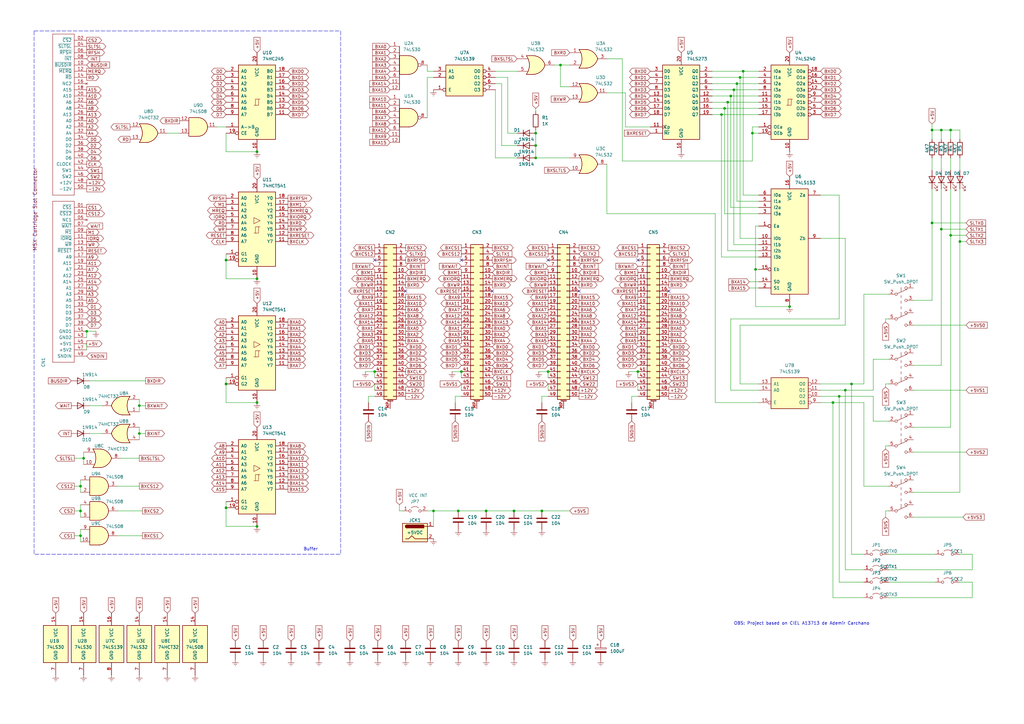
<source format=kicad_sch>
(kicad_sch (version 20230121) (generator eeschema)
  (paper "A3")
  (title_block (title "MSX 4 Slot Expander") (date "2024-02-13") (rev "2") (company "Luis Vina"))
  (lib_symbols
    (symbol "74xx:74HC245" (pin_names (offset 1.016))
      (property "Reference" "U" (at -7.62 16.51 0))
      (property "Value" "74HC245" (at -7.62 -16.51 0))
      (symbol "74HC245_1_0"
        (pin input line (at -12.7 -10.16 0) (length 5.08) (name "A->B") (number "1"))
        (pin power_in line (at 0 -20.32 90) (length 5.08) (name "GND") (number "10"))
        (pin tri_state line (at 12.7 -5.08 180) (length 5.08) (name "B7") (number "11"))
        (pin tri_state line (at 12.7 -2.54 180) (length 5.08) (name "B6") (number "12"))
        (pin tri_state line (at 12.7 0 180) (length 5.08) (name "B5") (number "13"))
        (pin tri_state line (at 12.7 2.54 180) (length 5.08) (name "B4") (number "14"))
        (pin tri_state line (at 12.7 5.08 180) (length 5.08) (name "B3") (number "15"))
        (pin tri_state line (at 12.7 7.62 180) (length 5.08) (name "B2") (number "16"))
        (pin tri_state line (at 12.7 10.16 180) (length 5.08) (name "B1") (number "17"))
        (pin tri_state line (at 12.7 12.7 180) (length 5.08) (name "B0") (number "18"))
        (pin input inverted (at -12.7 -12.7 0) (length 5.08) (name "CE") (number "19"))
        (pin tri_state line (at -12.7 12.7 0) (length 5.08) (name "A0") (number "2"))
        (pin power_in line (at 0 20.32 270) (length 5.08) (name "VCC") (number "20"))
        (pin tri_state line (at -12.7 10.16 0) (length 5.08) (name "A1") (number "3"))
        (pin tri_state line (at -12.7 7.62 0) (length 5.08) (name "A2") (number "4"))
        (pin tri_state line (at -12.7 5.08 0) (length 5.08) (name "A3") (number "5"))
        (pin tri_state line (at -12.7 2.54 0) (length 5.08) (name "A4") (number "6"))
        (pin tri_state line (at -12.7 0 0) (length 5.08) (name "A5") (number "7"))
        (pin tri_state line (at -12.7 -2.54 0) (length 5.08) (name "A6") (number "8"))
        (pin tri_state line (at -12.7 -5.08 0) (length 5.08) (name "A7") (number "9"))
      )
    )
    (symbol "74xx:74HCT541" (pin_names (offset 1.016))
      (property "Reference" "U" (at -7.62 16.51 0))
      (property "Value" "74HCT541" (at -7.62 -16.51 0))
      (symbol "74HCT541_1_0"
        (pin input inverted (at -12.7 -10.16 0) (length 5.08) (name "G1") (number "1"))
        (pin power_in line (at 0 -20.32 90) (length 5.08) (name "GND") (number "10"))
        (pin tri_state line (at 12.7 -5.08 180) (length 5.08) (name "Y7") (number "11"))
        (pin tri_state line (at 12.7 -2.54 180) (length 5.08) (name "Y6") (number "12"))
        (pin tri_state line (at 12.7 0 180) (length 5.08) (name "Y5") (number "13"))
        (pin tri_state line (at 12.7 2.54 180) (length 5.08) (name "Y4") (number "14"))
        (pin tri_state line (at 12.7 5.08 180) (length 5.08) (name "Y3") (number "15"))
        (pin tri_state line (at 12.7 7.62 180) (length 5.08) (name "Y2") (number "16"))
        (pin tri_state line (at 12.7 10.16 180) (length 5.08) (name "Y1") (number "17"))
        (pin tri_state line (at 12.7 12.7 180) (length 5.08) (name "Y0") (number "18"))
        (pin input inverted (at -12.7 -12.7 0) (length 5.08) (name "G2") (number "19"))
        (pin input line (at -12.7 12.7 0) (length 5.08) (name "A0") (number "2"))
        (pin power_in line (at 0 20.32 270) (length 5.08) (name "VCC") (number "20"))
        (pin input line (at -12.7 10.16 0) (length 5.08) (name "A1") (number "3"))
        (pin input line (at -12.7 7.62 0) (length 5.08) (name "A2") (number "4"))
        (pin input line (at -12.7 5.08 0) (length 5.08) (name "A3") (number "5"))
        (pin input line (at -12.7 2.54 0) (length 5.08) (name "A4") (number "6"))
        (pin input line (at -12.7 0 0) (length 5.08) (name "A5") (number "7"))
        (pin input line (at -12.7 -2.54 0) (length 5.08) (name "A6") (number "8"))
        (pin input line (at -12.7 -5.08 0) (length 5.08) (name "A7") (number "9"))
      )
    )
    (symbol "74xx:74LS08" (pin_names (offset 1.016))
      (property "Reference" "U" (at 0 1.27 0))
      (property "Value" "74LS08" (at 0 -1.27 0))
      (symbol "74LS08_1_1"
        (pin input line (at -7.62 2.54 0) (length 3.81) (name "~") (number "1"))
        (pin input line (at -7.62 -2.54 0) (length 3.81) (name "~") (number "2"))
        (pin output line (at 7.62 0 180) (length 3.81) (name "~") (number "3"))
      )
      (symbol "74LS08_1_2"
        (pin input inverted (at -7.62 2.54 0) (length 4.318) (name "~") (number "1"))
        (pin input inverted (at -7.62 -2.54 0) (length 4.318) (name "~") (number "2"))
        (pin output inverted (at 7.62 0 180) (length 3.81) (name "~") (number "3"))
      )
      (symbol "74LS08_2_1"
        (pin input line (at -7.62 2.54 0) (length 3.81) (name "~") (number "4"))
        (pin input line (at -7.62 -2.54 0) (length 3.81) (name "~") (number "5"))
        (pin output line (at 7.62 0 180) (length 3.81) (name "~") (number "6"))
      )
      (symbol "74LS08_2_2"
        (pin input inverted (at -7.62 2.54 0) (length 4.318) (name "~") (number "4"))
        (pin input inverted (at -7.62 -2.54 0) (length 4.318) (name "~") (number "5"))
        (pin output inverted (at 7.62 0 180) (length 3.81) (name "~") (number "6"))
      )
      (symbol "74LS08_3_1"
        (pin input line (at -7.62 -2.54 0) (length 3.81) (name "~") (number "10"))
        (pin output line (at 7.62 0 180) (length 3.81) (name "~") (number "8"))
        (pin input line (at -7.62 2.54 0) (length 3.81) (name "~") (number "9"))
      )
      (symbol "74LS08_3_2"
        (pin input inverted (at -7.62 -2.54 0) (length 4.318) (name "~") (number "10"))
        (pin output inverted (at 7.62 0 180) (length 3.81) (name "~") (number "8"))
        (pin input inverted (at -7.62 2.54 0) (length 4.318) (name "~") (number "9"))
      )
      (symbol "74LS08_4_1"
        (pin output line (at 7.62 0 180) (length 3.81) (name "~") (number "11"))
        (pin input line (at -7.62 2.54 0) (length 3.81) (name "~") (number "12"))
        (pin input line (at -7.62 -2.54 0) (length 3.81) (name "~") (number "13"))
      )
      (symbol "74LS08_4_2"
        (pin output inverted (at 7.62 0 180) (length 3.81) (name "~") (number "11"))
        (pin input inverted (at -7.62 2.54 0) (length 4.318) (name "~") (number "12"))
        (pin input inverted (at -7.62 -2.54 0) (length 4.318) (name "~") (number "13"))
      )
      (symbol "74LS08_5_0"
        (pin power_in line (at 0 12.7 270) (length 5.08) (name "VCC") (number "14"))
        (pin power_in line (at 0 -12.7 90) (length 5.08) (name "GND") (number "7"))
      )
    )
    (symbol "74xx:74LS139" (pin_names (offset 1.016))
      (property "Reference" "U" (at -7.62 8.89 0))
      (property "Value" "74LS139" (at -7.62 -8.89 0))
      (symbol "74LS139_1_0"
        (pin input inverted (at -12.7 -5.08 0) (length 5.08) (name "E") (number "1"))
        (pin input line (at -12.7 0 0) (length 5.08) (name "A0") (number "2"))
        (pin input line (at -12.7 2.54 0) (length 5.08) (name "A1") (number "3"))
        (pin output inverted (at 12.7 2.54 180) (length 5.08) (name "O0") (number "4"))
        (pin output inverted (at 12.7 0 180) (length 5.08) (name "O1") (number "5"))
        (pin output inverted (at 12.7 -2.54 180) (length 5.08) (name "O2") (number "6"))
        (pin output inverted (at 12.7 -5.08 180) (length 5.08) (name "O3") (number "7"))
      )
      (symbol "74LS139_2_0"
        (pin output inverted (at 12.7 -2.54 180) (length 5.08) (name "O2") (number "10"))
        (pin output inverted (at 12.7 0 180) (length 5.08) (name "O1") (number "11"))
        (pin output inverted (at 12.7 2.54 180) (length 5.08) (name "O0") (number "12"))
        (pin input line (at -12.7 2.54 0) (length 5.08) (name "A1") (number "13"))
        (pin input line (at -12.7 0 0) (length 5.08) (name "A0") (number "14"))
        (pin input inverted (at -12.7 -5.08 0) (length 5.08) (name "E") (number "15"))
        (pin output inverted (at 12.7 -5.08 180) (length 5.08) (name "O3") (number "9"))
      )
      (symbol "74LS139_3_0"
        (pin power_in line (at 0 12.7 270) (length 5.08) (name "VCC") (number "16"))
        (pin power_in line (at 0 -12.7 90) (length 5.08) (name "GND") (number "8"))
      )
    )
    (symbol "74xx:74LS153" (pin_names (offset 1.016))
      (property "Reference" "U" (at -7.62 21.59 0))
      (property "Value" "74LS153" (at -7.62 -24.13 0))
      (symbol "74LS153_1_0"
        (pin input inverted (at -12.7 5.08 0) (length 5.08) (name "Ea") (number "1"))
        (pin input line (at -12.7 0 0) (length 5.08) (name "I0b") (number "10"))
        (pin input line (at -12.7 -2.54 0) (length 5.08) (name "I1b") (number "11"))
        (pin input line (at -12.7 -5.08 0) (length 5.08) (name "I2b") (number "12"))
        (pin input line (at -12.7 -7.62 0) (length 5.08) (name "I3b") (number "13"))
        (pin input line (at -12.7 -17.78 0) (length 5.08) (name "S0") (number "14"))
        (pin input inverted (at -12.7 -12.7 0) (length 5.08) (name "Eb") (number "15"))
        (pin power_in line (at 0 25.4 270) (length 5.08) (name "VCC") (number "16"))
        (pin input line (at -12.7 -20.32 0) (length 5.08) (name "S1") (number "2"))
        (pin input line (at -12.7 10.16 0) (length 5.08) (name "I3a") (number "3"))
        (pin input line (at -12.7 12.7 0) (length 5.08) (name "I2a") (number "4"))
        (pin input line (at -12.7 15.24 0) (length 5.08) (name "I1a") (number "5"))
        (pin input line (at -12.7 17.78 0) (length 5.08) (name "I0a") (number "6"))
        (pin output line (at 12.7 17.78 180) (length 5.08) (name "Za") (number "7"))
        (pin power_in line (at 0 -27.94 90) (length 5.08) (name "GND") (number "8"))
        (pin output line (at 12.7 0 180) (length 5.08) (name "Zb") (number "9"))
      )
    )
    (symbol "74xx:74LS240" (pin_names (offset 1.016))
      (property "Reference" "U" (at -7.62 16.51 0))
      (property "Value" "74LS240" (at -7.62 -16.51 0))
      (symbol "74LS240_1_0"
        (pin input inverted (at -12.7 -10.16 0) (length 5.08) (name "OEa") (number "1"))
        (pin power_in line (at 0 -20.32 90) (length 5.08) (name "GND") (number "10"))
        (pin input line (at -12.7 2.54 0) (length 5.08) (name "I0b") (number "11"))
        (pin tri_state inverted (at 12.7 5.08 180) (length 5.08) (name "O3a") (number "12"))
        (pin input line (at -12.7 0 0) (length 5.08) (name "I1b") (number "13"))
        (pin tri_state inverted (at 12.7 7.62 180) (length 5.08) (name "O2a") (number "14"))
        (pin input line (at -12.7 -2.54 0) (length 5.08) (name "I2b") (number "15"))
        (pin tri_state inverted (at 12.7 10.16 180) (length 5.08) (name "O1a") (number "16"))
        (pin input line (at -12.7 -5.08 0) (length 5.08) (name "I3b") (number "17"))
        (pin tri_state inverted (at 12.7 12.7 180) (length 5.08) (name "O0a") (number "18"))
        (pin input inverted (at -12.7 -12.7 0) (length 5.08) (name "OEb") (number "19"))
        (pin input line (at -12.7 12.7 0) (length 5.08) (name "I0a") (number "2"))
        (pin power_in line (at 0 20.32 270) (length 5.08) (name "VCC") (number "20"))
        (pin tri_state inverted (at 12.7 -5.08 180) (length 5.08) (name "O3b") (number "3"))
        (pin input line (at -12.7 10.16 0) (length 5.08) (name "I1a") (number "4"))
        (pin tri_state inverted (at 12.7 -2.54 180) (length 5.08) (name "O2b") (number "5"))
        (pin input line (at -12.7 7.62 0) (length 5.08) (name "I2a") (number "6"))
        (pin tri_state inverted (at 12.7 0 180) (length 5.08) (name "O1b") (number "7"))
        (pin input line (at -12.7 5.08 0) (length 5.08) (name "I3a") (number "8"))
        (pin tri_state inverted (at 12.7 2.54 180) (length 5.08) (name "O0b") (number "9"))
      )
    )
    (symbol "74xx:74LS273"
      (property "Reference" "U" (at -7.62 16.51 0))
      (property "Value" "74LS273" (at -7.62 -16.51 0))
      (symbol "74LS273_1_0"
        (pin input line (at -12.7 -12.7 0) (length 5.08) (name "~{Mr}") (number "1"))
        (pin power_in line (at 0 -20.32 90) (length 5.08) (name "GND") (number "10"))
        (pin input clock (at -12.7 -10.16 0) (length 5.08) (name "Cp") (number "11"))
        (pin output line (at 12.7 2.54 180) (length 5.08) (name "Q4") (number "12"))
        (pin input line (at -12.7 2.54 0) (length 5.08) (name "D4") (number "13"))
        (pin input line (at -12.7 0 0) (length 5.08) (name "D5") (number "14"))
        (pin output line (at 12.7 0 180) (length 5.08) (name "Q5") (number "15"))
        (pin output line (at 12.7 -2.54 180) (length 5.08) (name "Q6") (number "16"))
        (pin input line (at -12.7 -2.54 0) (length 5.08) (name "D6") (number "17"))
        (pin input line (at -12.7 -5.08 0) (length 5.08) (name "D7") (number "18"))
        (pin output line (at 12.7 -5.08 180) (length 5.08) (name "Q7") (number "19"))
        (pin output line (at 12.7 12.7 180) (length 5.08) (name "Q0") (number "2"))
        (pin power_in line (at 0 20.32 270) (length 5.08) (name "VCC") (number "20"))
        (pin input line (at -12.7 12.7 0) (length 5.08) (name "D0") (number "3"))
        (pin input line (at -12.7 10.16 0) (length 5.08) (name "D1") (number "4"))
        (pin output line (at 12.7 10.16 180) (length 5.08) (name "Q1") (number "5"))
        (pin output line (at 12.7 7.62 180) (length 5.08) (name "Q2") (number "6"))
        (pin input line (at -12.7 7.62 0) (length 5.08) (name "D2") (number "7"))
        (pin input line (at -12.7 5.08 0) (length 5.08) (name "D3") (number "8"))
        (pin output line (at 12.7 5.08 180) (length 5.08) (name "Q3") (number "9"))
      )
    )
    (symbol "74xx:74LS30" (pin_names (offset 1.016))
      (property "Reference" "U" (at 0 1.27 0))
      (property "Value" "74LS30" (at 0 -1.27 0))
      (symbol "74LS30_1_1"
        (pin input line (at -7.62 7.62 0) (length 3.81) (name "~") (number "1"))
        (pin input line (at -7.62 -7.62 0) (length 3.81) (name "~") (number "11"))
        (pin input line (at -7.62 -10.16 0) (length 3.81) (name "~") (number "12"))
        (pin input line (at -7.62 5.08 0) (length 3.81) (name "~") (number "2"))
        (pin input line (at -7.62 2.54 0) (length 3.81) (name "~") (number "3"))
        (pin input line (at -7.62 0 0) (length 3.81) (name "~") (number "4"))
        (pin input line (at -7.62 -2.54 0) (length 3.81) (name "~") (number "5"))
        (pin input line (at -7.62 -5.08 0) (length 3.81) (name "~") (number "6"))
        (pin output inverted (at 7.62 0 180) (length 3.81) (name "~") (number "8"))
      )
      (symbol "74LS30_1_2"
        (pin input inverted (at -7.62 7.62 0) (length 3.81) (name "~") (number "1"))
        (pin input inverted (at -7.62 -7.62 0) (length 3.81) (name "~") (number "11"))
        (pin input inverted (at -7.62 -10.16 0) (length 3.81) (name "~") (number "12"))
        (pin input inverted (at -7.62 5.08 0) (length 3.81) (name "~") (number "2"))
        (pin input inverted (at -7.62 2.54 0) (length 4.5466) (name "~") (number "3"))
        (pin input inverted (at -7.62 0 0) (length 5.08) (name "~") (number "4"))
        (pin input inverted (at -7.62 -2.54 0) (length 4.5466) (name "~") (number "5"))
        (pin input inverted (at -7.62 -5.08 0) (length 3.81) (name "~") (number "6"))
        (pin output line (at 7.62 0 180) (length 3.81) (name "~") (number "8"))
      )
      (symbol "74LS30_2_0"
        (pin power_in line (at 0 12.7 270) (length 5.08) (name "VCC") (number "14"))
        (pin power_in line (at 0 -12.7 90) (length 5.08) (name "GND") (number "7"))
      )
    )
    (symbol "74xx:74LS32" (pin_names (offset 1.016))
      (property "Reference" "U" (at 0 1.27 0))
      (property "Value" "74LS32" (at 0 -1.27 0))
      (symbol "74LS32_1_1"
        (pin input line (at -7.62 2.54 0) (length 4.318) (name "~") (number "1"))
        (pin input line (at -7.62 -2.54 0) (length 4.318) (name "~") (number "2"))
        (pin output line (at 7.62 0 180) (length 3.81) (name "~") (number "3"))
      )
      (symbol "74LS32_1_2"
        (pin input inverted (at -7.62 2.54 0) (length 3.81) (name "~") (number "1"))
        (pin input inverted (at -7.62 -2.54 0) (length 3.81) (name "~") (number "2"))
        (pin output inverted (at 7.62 0 180) (length 3.81) (name "~") (number "3"))
      )
      (symbol "74LS32_2_1"
        (pin input line (at -7.62 2.54 0) (length 4.318) (name "~") (number "4"))
        (pin input line (at -7.62 -2.54 0) (length 4.318) (name "~") (number "5"))
        (pin output line (at 7.62 0 180) (length 3.81) (name "~") (number "6"))
      )
      (symbol "74LS32_2_2"
        (pin input inverted (at -7.62 2.54 0) (length 3.81) (name "~") (number "4"))
        (pin input inverted (at -7.62 -2.54 0) (length 3.81) (name "~") (number "5"))
        (pin output inverted (at 7.62 0 180) (length 3.81) (name "~") (number "6"))
      )
      (symbol "74LS32_3_1"
        (pin input line (at -7.62 -2.54 0) (length 4.318) (name "~") (number "10"))
        (pin output line (at 7.62 0 180) (length 3.81) (name "~") (number "8"))
        (pin input line (at -7.62 2.54 0) (length 4.318) (name "~") (number "9"))
      )
      (symbol "74LS32_3_2"
        (pin input inverted (at -7.62 -2.54 0) (length 3.81) (name "~") (number "10"))
        (pin output inverted (at 7.62 0 180) (length 3.81) (name "~") (number "8"))
        (pin input inverted (at -7.62 2.54 0) (length 3.81) (name "~") (number "9"))
      )
      (symbol "74LS32_4_1"
        (pin output line (at 7.62 0 180) (length 3.81) (name "~") (number "11"))
        (pin input line (at -7.62 2.54 0) (length 4.318) (name "~") (number "12"))
        (pin input line (at -7.62 -2.54 0) (length 4.318) (name "~") (number "13"))
      )
      (symbol "74LS32_4_2"
        (pin output inverted (at 7.62 0 180) (length 3.81) (name "~") (number "11"))
        (pin input inverted (at -7.62 2.54 0) (length 3.81) (name "~") (number "12"))
        (pin input inverted (at -7.62 -2.54 0) (length 3.81) (name "~") (number "13"))
      )
      (symbol "74LS32_5_0"
        (pin power_in line (at 0 12.7 270) (length 5.08) (name "VCC") (number "14"))
        (pin power_in line (at 0 -12.7 90) (length 5.08) (name "GND") (number "7"))
      )
    )
    (symbol "Connector:Jack-DC" (pin_names (offset 1.016))
      (property "Reference" "J" (at 0 5.334 0))
      (property "Value" "Jack-DC" (at 0 -5.08 0))
      (symbol "Jack-DC_1_1"
        (pin passive line (at 7.62 2.54 180) (length 2.54) (name "~") (number "1"))
        (pin passive line (at 7.62 -2.54 180) (length 2.54) (name "~") (number "2"))
      )
    )
    (symbol "Connector_Generic_MountingPin:Conn_02x25_Odd_Even_MountingPin" (pin_names (offset 1.016) hide)
      (property "Reference" "J" (at 1.27 33.02 0))
      (property "Value" "Conn_02x25_Odd_Even_MountingPin" (at 2.54 -33.02 0))
      (symbol "Conn_02x25_Odd_Even_MountingPin_1_1"
        (text "Mounting" (at 1.27 -32.131 0) (effects (font (size 0.381 0.381))))
        (pin passive line (at -5.08 30.48 0) (length 3.81) (name "Pin_1") (number "1"))
        (pin passive line (at 7.62 20.32 180) (length 3.81) (name "Pin_10") (number "10"))
        (pin passive line (at -5.08 17.78 0) (length 3.81) (name "Pin_11") (number "11"))
        (pin passive line (at 7.62 17.78 180) (length 3.81) (name "Pin_12") (number "12"))
        (pin passive line (at -5.08 15.24 0) (length 3.81) (name "Pin_13") (number "13"))
        (pin passive line (at 7.62 15.24 180) (length 3.81) (name "Pin_14") (number "14"))
        (pin passive line (at -5.08 12.7 0) (length 3.81) (name "Pin_15") (number "15"))
        (pin passive line (at 7.62 12.7 180) (length 3.81) (name "Pin_16") (number "16"))
        (pin passive line (at -5.08 10.16 0) (length 3.81) (name "Pin_17") (number "17"))
        (pin passive line (at 7.62 10.16 180) (length 3.81) (name "Pin_18") (number "18"))
        (pin passive line (at -5.08 7.62 0) (length 3.81) (name "Pin_19") (number "19"))
        (pin passive line (at 7.62 30.48 180) (length 3.81) (name "Pin_2") (number "2"))
        (pin passive line (at 7.62 7.62 180) (length 3.81) (name "Pin_20") (number "20"))
        (pin passive line (at -5.08 5.08 0) (length 3.81) (name "Pin_21") (number "21"))
        (pin passive line (at 7.62 5.08 180) (length 3.81) (name "Pin_22") (number "22"))
        (pin passive line (at -5.08 2.54 0) (length 3.81) (name "Pin_23") (number "23"))
        (pin passive line (at 7.62 2.54 180) (length 3.81) (name "Pin_24") (number "24"))
        (pin passive line (at -5.08 0 0) (length 3.81) (name "Pin_25") (number "25"))
        (pin passive line (at 7.62 0 180) (length 3.81) (name "Pin_26") (number "26"))
        (pin passive line (at -5.08 -2.54 0) (length 3.81) (name "Pin_27") (number "27"))
        (pin passive line (at 7.62 -2.54 180) (length 3.81) (name "Pin_28") (number "28"))
        (pin passive line (at -5.08 -5.08 0) (length 3.81) (name "Pin_29") (number "29"))
        (pin passive line (at -5.08 27.94 0) (length 3.81) (name "Pin_3") (number "3"))
        (pin passive line (at 7.62 -5.08 180) (length 3.81) (name "Pin_30") (number "30"))
        (pin passive line (at -5.08 -7.62 0) (length 3.81) (name "Pin_31") (number "31"))
        (pin passive line (at 7.62 -7.62 180) (length 3.81) (name "Pin_32") (number "32"))
        (pin passive line (at -5.08 -10.16 0) (length 3.81) (name "Pin_33") (number "33"))
        (pin passive line (at 7.62 -10.16 180) (length 3.81) (name "Pin_34") (number "34"))
        (pin passive line (at -5.08 -12.7 0) (length 3.81) (name "Pin_35") (number "35"))
        (pin passive line (at 7.62 -12.7 180) (length 3.81) (name "Pin_36") (number "36"))
        (pin passive line (at -5.08 -15.24 0) (length 3.81) (name "Pin_37") (number "37"))
        (pin passive line (at 7.62 -15.24 180) (length 3.81) (name "Pin_38") (number "38"))
        (pin passive line (at -5.08 -17.78 0) (length 3.81) (name "Pin_39") (number "39"))
        (pin passive line (at 7.62 27.94 180) (length 3.81) (name "Pin_4") (number "4"))
        (pin passive line (at 7.62 -17.78 180) (length 3.81) (name "Pin_40") (number "40"))
        (pin passive line (at -5.08 -20.32 0) (length 3.81) (name "Pin_41") (number "41"))
        (pin passive line (at 7.62 -20.32 180) (length 3.81) (name "Pin_42") (number "42"))
        (pin passive line (at -5.08 -22.86 0) (length 3.81) (name "Pin_43") (number "43"))
        (pin passive line (at 7.62 -22.86 180) (length 3.81) (name "Pin_44") (number "44"))
        (pin passive line (at -5.08 -25.4 0) (length 3.81) (name "Pin_45") (number "45"))
        (pin passive line (at 7.62 -25.4 180) (length 3.81) (name "Pin_46") (number "46"))
        (pin passive line (at -5.08 -27.94 0) (length 3.81) (name "Pin_47") (number "47"))
        (pin passive line (at 7.62 -27.94 180) (length 3.81) (name "Pin_48") (number "48"))
        (pin passive line (at -5.08 -30.48 0) (length 3.81) (name "Pin_49") (number "49"))
        (pin passive line (at -5.08 25.4 0) (length 3.81) (name "Pin_5") (number "5"))
        (pin passive line (at 7.62 -30.48 180) (length 3.81) (name "Pin_50") (number "50"))
        (pin passive line (at 7.62 25.4 180) (length 3.81) (name "Pin_6") (number "6"))
        (pin passive line (at -5.08 22.86 0) (length 3.81) (name "Pin_7") (number "7"))
        (pin passive line (at 7.62 22.86 180) (length 3.81) (name "Pin_8") (number "8"))
        (pin passive line (at -5.08 20.32 0) (length 3.81) (name "Pin_9") (number "9"))
        (pin passive line (at 1.27 -35.56 90) (length 3.048) (name "MountPin") (number "MP"))
      )
    )
    (symbol "Device:C" (pin_numbers hide) (pin_names (offset 0.254))
      (property "Reference" "C" (at 0.635 2.54 0))
      (property "Value" "C" (at 0.635 -2.54 0))
      (symbol "C_1_1"
        (pin passive line (at 0 3.81 270) (length 2.794) (name "~") (number "1"))
        (pin passive line (at 0 -3.81 90) (length 2.794) (name "~") (number "2"))
      )
    )
    (symbol "Device:C_Polarized" (pin_numbers hide) (pin_names (offset 0.254))
      (property "Reference" "C" (at 0.635 2.54 0))
      (property "Value" "C_Polarized" (at 0.635 -2.54 0))
      (symbol "C_Polarized_1_1"
        (pin passive line (at 0 3.81 270) (length 2.794) (name "~") (number "1"))
        (pin passive line (at 0 -3.81 90) (length 2.794) (name "~") (number "2"))
      )
    )
    (symbol "Device:LED" (pin_numbers hide) (pin_names (offset 1.016) hide)
      (property "Reference" "D" (at 0 2.54 0))
      (property "Value" "LED" (at 0 -2.54 0))
      (symbol "LED_1_1"
        (pin passive line (at -3.81 0 0) (length 2.54) (name "K") (number "1"))
        (pin passive line (at 3.81 0 180) (length 2.54) (name "A") (number "2"))
      )
    )
    (symbol "Device:R" (pin_numbers hide) (pin_names (offset 0))
      (property "Reference" "R" (at 2.032 0 90))
      (property "Value" "R" (at 0 0 90))
      (symbol "R_1_1"
        (pin passive line (at 0 3.81 270) (length 1.27) (name "~") (number "1"))
        (pin passive line (at 0 -3.81 90) (length 1.27) (name "~") (number "2"))
      )
    )
    (symbol "Diode:1N914" (pin_numbers hide) (pin_names hide)
      (property "Reference" "D" (at 0 2.54 0))
      (property "Value" "1N914" (at 0 -2.54 0))
      (symbol "1N914_1_1"
        (pin passive line (at -3.81 0 0) (length 2.54) (name "K") (number "1"))
        (pin passive line (at 3.81 0 180) (length 2.54) (name "A") (number "2"))
      )
    )
    (symbol "Jumper:Jumper_2_Open" (pin_names (offset 0) hide)
      (property "Reference" "JP" (at 0 2.794 0))
      (property "Value" "Jumper_2_Open" (at 0 -2.286 0))
      (symbol "Jumper_2_Open_1_1"
        (pin passive line (at -5.08 0 0) (length 2.54) (name "A") (number "1"))
        (pin passive line (at 5.08 0 180) (length 2.54) (name "B") (number "2"))
      )
    )
    (symbol "MSX_SLOT_CON-msxmakers_1" (pin_names (offset 1.016))
      (symbol "MSX_SLOT_CON-msxmakers_1_1_0"
        (text "MSX Cartridge Slot Connector" (at 45.72 -2.54 0) (effects (font (size 1.4986 1.4986)) (justify left bottom)))
        (pin output line (at 63.5 17.78 270) (length 5.08) (name "~{CS1}") (number "01"))
        (pin output line (at 132.08 17.78 270) (length 5.08) (name "~{CS2}") (number "02"))
        (pin output line (at 60.96 17.78 270) (length 5.08) (name "~{CS12}") (number "03"))
        (pin output line (at 129.54 17.78 270) (length 5.08) (name "~{SLTSL}") (number "04"))
        (pin no_connect line (at 58.42 17.78 270) (length 5.08) (name "NC1") (number "05"))
        (pin output line (at 127 17.78 270) (length 5.08) (name "~{RFSH}") (number "06"))
        (pin input line (at 55.88 17.78 270) (length 5.08) (name "~{WAIT}") (number "07"))
        (pin input line (at 124.46 17.78 270) (length 5.08) (name "~{INT}") (number "08"))
        (pin output line (at 53.34 17.78 270) (length 5.08) (name "~{M1}") (number "09"))
        (pin input line (at 121.92 17.78 270) (length 5.08) (name "~{BUSDIR}") (number "10"))
        (pin output line (at 50.8 17.78 270) (length 5.08) (name "~{IORQ}") (number "11"))
        (pin output line (at 119.38 17.78 270) (length 5.08) (name "~{MERQ}") (number "12"))
        (pin output line (at 48.26 17.78 270) (length 5.08) (name "~{WR}") (number "13"))
        (pin output line (at 116.84 17.78 270) (length 5.08) (name "~{RD}") (number "14"))
        (pin output line (at 45.72 17.78 270) (length 5.08) (name "~{RESET}") (number "15"))
        (pin no_connect line (at 114.3 17.78 270) (length 5.08) (name "NC2") (number "16"))
        (pin output line (at 43.18 17.78 270) (length 5.08) (name "A9") (number "17"))
        (pin output line (at 111.76 17.78 270) (length 5.08) (name "A15") (number "18"))
        (pin output line (at 40.64 17.78 270) (length 5.08) (name "A11") (number "19"))
        (pin output line (at 109.22 17.78 270) (length 5.08) (name "A10") (number "20"))
        (pin output line (at 38.1 17.78 270) (length 5.08) (name "A7") (number "21"))
        (pin output line (at 106.68 17.78 270) (length 5.08) (name "A6") (number "22"))
        (pin output line (at 35.56 17.78 270) (length 5.08) (name "A12") (number "23"))
        (pin output line (at 104.14 17.78 270) (length 5.08) (name "A8") (number "24"))
        (pin output line (at 33.02 17.78 270) (length 5.08) (name "A14") (number "25"))
        (pin output line (at 101.6 17.78 270) (length 5.08) (name "A13") (number "26"))
        (pin output line (at 30.48 17.78 270) (length 5.08) (name "A1") (number "27"))
        (pin output line (at 99.06 17.78 270) (length 5.08) (name "A0") (number "28"))
        (pin output line (at 27.94 17.78 270) (length 5.08) (name "A3") (number "29"))
        (pin output line (at 96.52 17.78 270) (length 5.08) (name "A2") (number "30"))
        (pin output line (at 25.4 17.78 270) (length 5.08) (name "A5") (number "31"))
        (pin output line (at 93.98 17.78 270) (length 5.08) (name "A4") (number "32"))
        (pin bidirectional line (at 22.86 17.78 270) (length 5.08) (name "D1") (number "33"))
        (pin bidirectional line (at 91.44 17.78 270) (length 5.08) (name "D0") (number "34"))
        (pin bidirectional line (at 20.32 17.78 270) (length 5.08) (name "D3") (number "35"))
        (pin bidirectional line (at 88.9 17.78 270) (length 5.08) (name "D2") (number "36"))
        (pin bidirectional line (at 17.78 17.78 270) (length 5.08) (name "D5") (number "37"))
        (pin bidirectional line (at 86.36 17.78 270) (length 5.08) (name "D4") (number "38"))
        (pin bidirectional line (at 15.24 17.78 270) (length 5.08) (name "D7") (number "39"))
        (pin bidirectional line (at 83.82 17.78 270) (length 5.08) (name "D6") (number "40"))
        (pin power_in line (at 12.7 17.78 270) (length 5.08) (name "GND1") (number "41"))
        (pin output line (at 81.28 17.78 270) (length 5.08) (name "CLOCK") (number "42"))
        (pin power_in line (at 10.16 17.78 270) (length 5.08) (name "GND2") (number "43"))
        (pin passive line (at 78.74 17.78 270) (length 5.08) (name "SW1") (number "44"))
        (pin power_in line (at 7.62 17.78 270) (length 5.08) (name "+5V1") (number "45"))
        (pin passive line (at 76.2 17.78 270) (length 5.08) (name "SW2") (number "46"))
        (pin power_in line (at 5.08 17.78 270) (length 5.08) (name "+5V2") (number "47"))
        (pin power_in line (at 73.66 17.78 270) (length 5.08) (name "+12V") (number "48"))
        (pin input line (at 2.54 17.78 270) (length 5.08) (name "SNDIN") (number "49"))
        (pin power_in line (at 71.12 17.78 270) (length 5.08) (name "-12V") (number "50"))
      )
    )
    (symbol "Switch:SW_Push_DPDT" (pin_names (offset 0) hide)
      (property "Reference" "SW" (at 0 8.89 0))
      (property "Value" "SW_Push_DPDT" (at 0 -10.16 0))
      (symbol "SW_Push_DPDT_1_1"
        (pin passive line (at 5.08 7.62 180) (length 2.54) (name "A") (number "1"))
        (pin passive line (at -5.08 5.08 0) (length 2.54) (name "B") (number "2"))
        (pin passive line (at 5.08 2.54 180) (length 2.54) (name "C") (number "3"))
        (pin passive line (at 5.08 -2.54 180) (length 2.54) (name "A") (number "4"))
        (pin passive line (at -5.08 -5.08 0) (length 2.54) (name "B") (number "5"))
        (pin passive line (at 5.08 -7.62 180) (length 2.54) (name "C") (number "6"))
      )
    )
    (symbol "power:Earth" (power) (pin_names (offset 0))
      (symbol "Earth_1_1"
        (pin power_in line (at 0 0 270) (length 0) hide (name "Earth") (number "1"))
      )
    )
  )
  (junction (at 105.41 114.3))
  (junction (at 297.18 44.45))
  (junction (at 199.39 209.55))
  (junction (at 105.41 62.23))
  (junction (at 295.91 46.99))
  (junction (at 187.96 209.55))
  (junction (at 344.17 162.56))
  (junction (at 261.62 152.4))
  (junction (at 298.45 41.91))
  (junction (at 219.71 59.69))
  (junction (at 389.89 96.52))
  (junction (at 341.63 165.1))
  (junction (at 303.53 31.75))
  (junction (at 92.71 157.48))
  (junction (at 346.71 160.02))
  (junction (at 308.61 54.61))
  (junction (at 33.02 219.71))
  (junction (at 210.82 209.55))
  (junction (at 153.67 152.4))
  (junction (at 349.25 157.48))
  (junction (at 92.71 106.68))
  (junction (at 35.56 135.89))
  (junction (at 219.71 54.61))
  (junction (at 222.25 209.55))
  (junction (at 177.8 209.55))
  (junction (at 323.85 125.73))
  (junction (at 105.41 165.1))
  (junction (at 224.79 152.4))
  (junction (at 92.71 208.28))
  (junction (at 386.08 93.98))
  (junction (at 33.02 209.55))
  (junction (at 393.7 99.06))
  (junction (at 389.89 53.34))
  (junction (at 33.02 199.39))
  (junction (at 57.15 166.37))
  (junction (at 299.72 39.37))
  (junction (at 189.23 152.4))
  (junction (at 309.88 110.49))
  (junction (at 219.71 64.77))
  (junction (at 386.08 53.34))
  (junction (at 382.27 91.44))
  (junction (at 57.15 177.8))
  (junction (at 304.8 29.21))
  (junction (at 105.41 215.9))
  (junction (at 382.27 53.34))
  (junction (at 229.87 26.67))
  (junction (at 34.29 187.96))
  (junction (at 302.26 34.29))
  (junction (at 300.99 36.83))
  (no_connect (at 237.49 119.38))
  (no_connect (at 189.23 106.68))
  (no_connect (at 201.93 119.38))
  (no_connect (at 274.32 119.38))
  (no_connect (at 166.37 119.38))
  (no_connect (at 224.79 106.68))
  (no_connect (at 261.62 106.68))
  (no_connect (at 153.67 106.68))
  (wire (pts (xy 185.42 152.4) (xy 189.23 152.4)))
  (wire (pts (xy 203.2 34.29) (xy 205.74 34.29)))
  (wire (pts (xy 30.48 219.71) (xy 33.02 219.71)))
  (wire (pts (xy 300.99 36.83) (xy 311.15 36.83)))
  (wire (pts (xy 92.71 104.14) (xy 92.71 106.68)))
  (wire (pts (xy 398.78 227.33) (xy 398.78 233.68)))
  (wire (pts (xy 177.8 209.55) (xy 187.96 209.55)))
  (wire (pts (xy 92.71 215.9) (xy 105.41 215.9)))
  (wire (pts (xy 389.89 96.52) (xy 396.24 96.52)))
  (wire (pts (xy 259.08 162.56) (xy 259.08 165.1)))
  (wire (pts (xy 346.71 97.79) (xy 346.71 133.35)))
  (wire (pts (xy 219.71 54.61) (xy 219.71 59.69)))
  (wire (pts (xy 363.22 157.48) (xy 364.49 157.48)))
  (wire (pts (xy 92.71 165.1) (xy 105.41 165.1)))
  (wire (pts (xy 393.7 201.93) (xy 374.65 201.93)))
  (wire (pts (xy 229.87 35.56) (xy 233.68 35.56)))
  (wire (pts (xy 354.33 157.48) (xy 354.33 120.65)))
  (wire (pts (xy 292.1 36.83) (xy 300.99 36.83)))
  (wire (pts (xy 48.26 199.39) (xy 57.15 199.39)))
  (wire (pts (xy 92.71 154.94) (xy 92.71 157.48)))
  (wire (pts (xy 92.71 54.61) (xy 92.71 62.23)))
  (wire (pts (xy 308.61 66.04) (xy 308.61 54.61)))
  (wire (pts (xy 248.92 24.13) (xy 255.27 24.13)))
  (wire (pts (xy 292.1 29.21) (xy 304.8 29.21)))
  (wire (pts (xy 349.25 157.48) (xy 349.25 227.33)))
  (wire (pts (xy 229.87 26.67) (xy 233.68 26.67)))
  (wire (pts (xy 363.22 158.75) (xy 363.22 157.48)))
  (wire (pts (xy 298.45 41.91) (xy 311.15 41.91)))
  (wire (pts (xy 374.65 185.42) (xy 396.24 185.42)))
  (wire (pts (xy 36.83 177.8) (xy 41.91 177.8)))
  (wire (pts (xy 205.74 34.29) (xy 205.74 59.69)))
  (wire (pts (xy 92.71 205.74) (xy 92.71 208.28)))
  (wire (pts (xy 57.15 166.37) (xy 57.15 168.91)))
  (wire (pts (xy 219.71 64.77) (xy 233.68 64.77)))
  (wire (pts (xy 151.13 162.56) (xy 153.67 162.56)))
  (wire (pts (xy 153.67 152.4) (xy 153.67 154.94)))
  (wire (pts (xy 210.82 209.55) (xy 222.25 209.55)))
  (wire (pts (xy 205.74 59.69) (xy 212.09 59.69)))
  (wire (pts (xy 297.18 44.45) (xy 297.18 87.63)))
  (wire (pts (xy 208.28 31.75) (xy 208.28 54.61)))
  (wire (pts (xy 304.8 29.21) (xy 304.8 80.01)))
  (wire (pts (xy 175.26 209.55) (xy 177.8 209.55)))
  (wire (pts (xy 336.55 162.56) (xy 344.17 162.56)))
  (wire (pts (xy 358.14 162.56) (xy 358.14 172.72)))
  (wire (pts (xy 389.89 96.52) (xy 389.89 77.47)))
  (wire (pts (xy 261.62 157.48) (xy 261.62 160.02)))
  (wire (pts (xy 358.14 147.32) (xy 364.49 147.32)))
  (wire (pts (xy 219.71 53.34) (xy 219.71 54.61)))
  (wire (pts (xy 293.37 165.1) (xy 311.15 165.1)))
  (wire (pts (xy 298.45 41.91) (xy 298.45 102.87)))
  (wire (pts (xy 389.89 53.34) (xy 393.7 53.34)))
  (wire (pts (xy 248.92 87.63) (xy 293.37 87.63)))
  (wire (pts (xy 364.49 227.33) (xy 383.54 227.33)))
  (wire (pts (xy 393.7 99.06) (xy 393.7 201.93)))
  (wire (pts (xy 309.88 110.49) (xy 311.15 110.49)))
  (wire (pts (xy 393.7 238.76) (xy 398.78 238.76)))
  (wire (pts (xy 336.55 97.79) (xy 346.71 97.79)))
  (wire (pts (xy 349.25 157.48) (xy 354.33 157.48)))
  (wire (pts (xy 302.26 34.29) (xy 311.15 34.29)))
  (wire (pts (xy 30.48 209.55) (xy 33.02 209.55)))
  (wire (pts (xy 255.27 66.04) (xy 308.61 66.04)))
  (wire (pts (xy 256.54 38.1) (xy 248.92 38.1)))
  (wire (pts (xy 382.27 123.19) (xy 382.27 91.44)))
  (wire (pts (xy 303.53 133.35) (xy 303.53 157.48)))
  (wire (pts (xy 57.15 166.37) (xy 59.69 166.37)))
  (wire (pts (xy 298.45 102.87) (xy 311.15 102.87)))
  (wire (pts (xy 398.78 238.76) (xy 398.78 245.11)))
  (wire (pts (xy 48.26 209.55) (xy 58.42 209.55)))
  (wire (pts (xy 393.7 99.06) (xy 396.24 99.06)))
  (wire (pts (xy 336.55 157.48) (xy 349.25 157.48)))
  (wire (pts (xy 203.2 31.75) (xy 208.28 31.75)))
  (wire (pts (xy 257.81 152.4) (xy 261.62 152.4)))
  (wire (pts (xy 354.33 199.39) (xy 364.49 199.39)))
  (wire (pts (xy 341.63 245.11) (xy 354.33 245.11)))
  (wire (pts (xy 346.71 233.68) (xy 354.33 233.68)))
  (wire (pts (xy 30.48 199.39) (xy 33.02 199.39)))
  (wire (pts (xy 341.63 165.1) (xy 341.63 245.11)))
  (wire (pts (xy 203.2 64.77) (xy 212.09 64.77)))
  (wire (pts (xy 307.34 115.57) (xy 311.15 115.57)))
  (wire (pts (xy 175.26 26.67) (xy 175.26 29.21)))
  (wire (pts (xy 34.29 185.42) (xy 34.29 187.96)))
  (wire (pts (xy 33.02 209.55) (xy 33.02 212.09)))
  (wire (pts (xy 203.2 36.83) (xy 203.2 64.77)))
  (wire (pts (xy 259.08 162.56) (xy 261.62 162.56)))
  (wire (pts (xy 186.69 162.56) (xy 186.69 165.1)))
  (wire (pts (xy 386.08 53.34) (xy 389.89 53.34)))
  (wire (pts (xy 346.71 160.02) (xy 346.71 233.68)))
  (wire (pts (xy 354.33 165.1) (xy 354.33 199.39)))
  (wire (pts (xy 386.08 149.86) (xy 386.08 93.98)))
  (wire (pts (xy 292.1 44.45) (xy 297.18 44.45)))
  (wire (pts (xy 308.61 52.07) (xy 311.15 52.07)))
  (wire (pts (xy 33.02 219.71) (xy 33.02 222.25)))
  (wire (pts (xy 292.1 39.37) (xy 299.72 39.37)))
  (wire (pts (xy 382.27 91.44) (xy 382.27 77.47)))
  (wire (pts (xy 33.02 196.85) (xy 33.02 199.39)))
  (wire (pts (xy 189.23 157.48) (xy 189.23 160.02)))
  (wire (pts (xy 203.2 29.21) (xy 212.09 29.21)))
  (wire (pts (xy 92.71 114.3) (xy 105.41 114.3)))
  (wire (pts (xy 393.7 64.77) (xy 393.7 69.85)))
  (wire (pts (xy 227.33 26.67) (xy 229.87 26.67)))
  (wire (pts (xy 36.83 166.37) (xy 41.91 166.37)))
  (wire (pts (xy 57.15 177.8) (xy 59.69 177.8)))
  (wire (pts (xy 303.53 31.75) (xy 311.15 31.75)))
  (wire (pts (xy 35.56 140.97) (xy 35.56 143.51)))
  (wire (pts (xy 363.22 182.88) (xy 364.49 182.88)))
  (wire (pts (xy 153.67 157.48) (xy 153.67 160.02)))
  (wire (pts (xy 346.71 160.02) (xy 358.14 160.02)))
  (wire (pts (xy 292.1 41.91) (xy 298.45 41.91)))
  (wire (pts (xy 248.92 87.63) (xy 248.92 67.31)))
  (wire (pts (xy 358.14 160.02) (xy 358.14 147.32)))
  (wire (pts (xy 92.71 106.68) (xy 92.71 114.3)))
  (wire (pts (xy 177.8 209.55) (xy 177.8 215.9)))
  (wire (pts (xy 175.26 31.75) (xy 177.8 31.75)))
  (wire (pts (xy 292.1 31.75) (xy 303.53 31.75)))
  (wire (pts (xy 344.17 238.76) (xy 354.33 238.76)))
  (wire (pts (xy 389.89 53.34) (xy 389.89 57.15)))
  (wire (pts (xy 336.55 160.02) (xy 346.71 160.02)))
  (wire (pts (xy 295.91 46.99) (xy 295.91 105.41)))
  (wire (pts (xy 219.71 44.45) (xy 219.71 45.72)))
  (wire (pts (xy 386.08 93.98) (xy 386.08 77.47)))
  (wire (pts (xy 292.1 34.29) (xy 302.26 34.29)))
  (wire (pts (xy 386.08 53.34) (xy 386.08 57.15)))
  (wire (pts (xy 307.34 118.11) (xy 311.15 118.11)))
  (wire (pts (xy 57.15 177.8) (xy 57.15 180.34)))
  (wire (pts (xy 224.79 157.48) (xy 224.79 160.02)))
  (wire (pts (xy 382.27 53.34) (xy 386.08 53.34)))
  (wire (pts (xy 374.65 123.19) (xy 382.27 123.19)))
  (wire (pts (xy 303.53 157.48) (xy 311.15 157.48)))
  (wire (pts (xy 30.48 187.96) (xy 34.29 187.96)))
  (wire (pts (xy 219.71 59.69) (xy 219.71 64.77)))
  (wire (pts (xy 300.99 100.33) (xy 311.15 100.33)))
  (wire (pts (xy 88.9 52.07) (xy 92.71 52.07)))
  (wire (pts (xy 374.65 149.86) (xy 386.08 149.86)))
  (wire (pts (xy 224.79 152.4) (xy 224.79 154.94)))
  (wire (pts (xy 308.61 54.61) (xy 311.15 54.61)))
  (wire (pts (xy 33.02 199.39) (xy 33.02 201.93)))
  (wire (pts (xy 374.65 175.26) (xy 389.89 175.26)))
  (wire (pts (xy 374.65 212.09) (xy 394.97 212.09)))
  (wire (pts (xy 308.61 52.07) (xy 308.61 54.61)))
  (wire (pts (xy 297.18 44.45) (xy 311.15 44.45)))
  (wire (pts (xy 393.7 53.34) (xy 393.7 57.15)))
  (wire (pts (xy 358.14 172.72) (xy 364.49 172.72)))
  (wire (pts (xy 266.7 52.07) (xy 256.54 52.07)))
  (wire (pts (xy 297.18 87.63) (xy 311.15 87.63)))
  (wire (pts (xy 255.27 24.13) (xy 255.27 66.04)))
  (wire (pts (xy 33.02 217.17) (xy 33.02 219.71)))
  (wire (pts (xy 222.25 162.56) (xy 222.25 165.1)))
  (wire (pts (xy 311.15 92.71) (xy 309.88 92.71)))
  (wire (pts (xy 33.02 207.01) (xy 33.02 209.55)))
  (wire (pts (xy 92.71 208.28) (xy 92.71 215.9)))
  (wire (pts (xy 363.22 184.15) (xy 363.22 182.88)))
  (wire (pts (xy 163.83 207.01) (xy 163.83 209.55)))
  (wire (pts (xy 344.17 130.81) (xy 299.72 130.81)))
  (wire (pts (xy 163.83 209.55) (xy 165.1 209.55)))
  (wire (pts (xy 49.53 187.96) (xy 57.15 187.96)))
  (wire (pts (xy 364.49 245.11) (xy 398.78 245.11)))
  (wire (pts (xy 303.53 31.75) (xy 303.53 97.79)))
  (wire (pts (xy 344.17 80.01) (xy 344.17 130.81)))
  (wire (pts (xy 256.54 52.07) (xy 256.54 38.1)))
  (wire (pts (xy 35.56 135.89) (xy 35.56 138.43)))
  (wire (pts (xy 389.89 175.26) (xy 389.89 96.52)))
  (wire (pts (xy 302.26 82.55) (xy 311.15 82.55)))
  (wire (pts (xy 186.69 162.56) (xy 189.23 162.56)))
  (wire (pts (xy 393.7 77.47) (xy 393.7 99.06)))
  (wire (pts (xy 48.26 219.71) (xy 58.42 219.71)))
  (wire (pts (xy 229.87 26.67) (xy 229.87 35.56)))
  (wire (pts (xy 382.27 91.44) (xy 396.24 91.44)))
  (wire (pts (xy 363.22 130.81) (xy 364.49 130.81)))
  (wire (pts (xy 336.55 80.01) (xy 344.17 80.01)))
  (wire (pts (xy 344.17 162.56) (xy 344.17 238.76)))
  (wire (pts (xy 304.8 29.21) (xy 311.15 29.21)))
  (wire (pts (xy 364.49 233.68) (xy 398.78 233.68)))
  (wire (pts (xy 293.37 87.63) (xy 293.37 165.1)))
  (wire (pts (xy 382.27 64.77) (xy 382.27 69.85)))
  (wire (pts (xy 304.8 80.01) (xy 311.15 80.01)))
  (wire (pts (xy 208.28 54.61) (xy 212.09 54.61)))
  (wire (pts (xy 175.26 48.26) (xy 175.26 31.75)))
  (wire (pts (xy 35.56 135.89) (xy 39.37 135.89)))
  (wire (pts (xy 349.25 227.33) (xy 354.33 227.33)))
  (wire (pts (xy 309.88 110.49) (xy 309.88 125.73)))
  (wire (pts (xy 309.88 92.71) (xy 309.88 110.49)))
  (wire (pts (xy 261.62 152.4) (xy 261.62 154.94)))
  (wire (pts (xy 364.49 238.76) (xy 383.54 238.76)))
  (wire (pts (xy 59.69 156.21) (xy 36.83 156.21)))
  (wire (pts (xy 336.55 165.1) (xy 341.63 165.1)))
  (wire (pts (xy 292.1 46.99) (xy 295.91 46.99)))
  (wire (pts (xy 299.72 160.02) (xy 311.15 160.02)))
  (wire (pts (xy 363.22 212.09) (xy 363.22 209.55)))
  (wire (pts (xy 374.65 160.02) (xy 396.24 160.02)))
  (wire (pts (xy 354.33 120.65) (xy 364.49 120.65)))
  (wire (pts (xy 187.96 209.55) (xy 199.39 209.55)))
  (wire (pts (xy 346.71 133.35) (xy 303.53 133.35)))
  (wire (pts (xy 92.71 157.48) (xy 92.71 165.1)))
  (wire (pts (xy 299.72 130.81) (xy 299.72 160.02)))
  (wire (pts (xy 299.72 85.09) (xy 311.15 85.09)))
  (wire (pts (xy 389.89 64.77) (xy 389.89 69.85)))
  (wire (pts (xy 393.7 227.33) (xy 398.78 227.33)))
  (wire (pts (xy 344.17 162.56) (xy 358.14 162.56)))
  (wire (pts (xy 151.13 162.56) (xy 151.13 165.1)))
  (wire (pts (xy 175.26 29.21) (xy 177.8 29.21)))
  (wire (pts (xy 309.88 125.73) (xy 323.85 125.73)))
  (wire (pts (xy 295.91 105.41) (xy 311.15 105.41)))
  (wire (pts (xy 189.23 152.4) (xy 189.23 154.94)))
  (wire (pts (xy 199.39 209.55) (xy 210.82 209.55)))
  (wire (pts (xy 149.86 152.4) (xy 153.67 152.4)))
  (wire (pts (xy 374.65 133.35) (xy 396.24 133.35)))
  (wire (pts (xy 57.15 175.26) (xy 57.15 177.8)))
  (wire (pts (xy 220.98 152.4) (xy 224.79 152.4)))
  (wire (pts (xy 222.25 162.56) (xy 224.79 162.56)))
  (wire (pts (xy 382.27 50.8) (xy 382.27 53.34)))
  (wire (pts (xy 299.72 39.37) (xy 299.72 85.09)))
  (wire (pts (xy 341.63 165.1) (xy 354.33 165.1)))
  (wire (pts (xy 382.27 53.34) (xy 382.27 57.15)))
  (wire (pts (xy 386.08 64.77) (xy 386.08 69.85)))
  (wire (pts (xy 363.22 209.55) (xy 364.49 209.55)))
  (wire (pts (xy 92.71 62.23) (xy 105.41 62.23)))
  (wire (pts (xy 299.72 39.37) (xy 311.15 39.37)))
  (wire (pts (xy 57.15 163.83) (xy 57.15 166.37)))
  (wire (pts (xy 363.22 132.08) (xy 363.22 130.81)))
  (wire (pts (xy 303.53 97.79) (xy 311.15 97.79)))
  (wire (pts (xy 302.26 34.29) (xy 302.26 82.55)))
  (wire (pts (xy 222.25 209.55) (xy 233.68 209.55)))
  (wire (pts (xy 300.99 36.83) (xy 300.99 100.33)))
  (wire (pts (xy 34.29 187.96) (xy 34.29 190.5)))
  (wire (pts (xy 386.08 93.98) (xy 396.24 93.98)))
  (wire (pts (xy 295.91 46.99) (xy 311.15 46.99)))
  (wire (pts (xy 68.58 54.61) (xy 73.66 54.61)))
  (rectangle (start 13.97 12.7) (end 139.7 227.33) (stroke (width 0) (type dash)))
  (text "OBS: Project based on CIEL A13713 de Ademir Carchano" (at 300.99 256.54 0) (effects (font (size 1.27 1.27)) (justify left bottom)))
  (text "Buffer" (at 124.46 226.06 0) (effects (font (size 1.27 1.27)) (justify left bottom)))
  (global_label "WAIT" (shape input) (at 35.56 92.71 0) (property "Intersheetrefs" "${INTERSHEET_REFS}" (effects hide)))
  (global_label "+5V" (shape input) (at 246.38 262.89 90) (property "Intersheetrefs" "${INTERSHEET_REFS}" (effects hide)))
  (global_label "BXA6" (shape output) (at 166.37 127 0) (property "Intersheetrefs" "${INTERSHEET_REFS}" (effects hide)))
  (global_label "BXD3" (shape bidirectional) (at 118.11 36.83 0) (property "Intersheetrefs" "${INTERSHEET_REFS}" (effects hide)))
  (global_label "BXA11" (shape output) (at 261.62 124.46 180) (property "Intersheetrefs" "${INTERSHEET_REFS}" (effects hide)))
  (global_label "D2" (shape bidirectional) (at 92.71 34.29 180) (property "Intersheetrefs" "${INTERSHEET_REFS}" (effects hide)))
  (global_label "MREQ" (shape output) (at 92.71 86.36 180) (property "Intersheetrefs" "${INTERSHEET_REFS}" (effects hide)))
  (global_label "BXA10" (shape output) (at 274.32 124.46 0) (property "Intersheetrefs" "${INTERSHEET_REFS}" (effects hide)))
  (global_label "+5V" (shape input) (at 34.29 251.46 90) (property "Intersheetrefs" "${INTERSHEET_REFS}" (effects hide)))
  (global_label "SLTX3" (shape input) (at 274.32 104.14 0) (property "Intersheetrefs" "${INTERSHEET_REFS}" (effects hide)))
  (global_label "D1" (shape bidirectional) (at 92.71 31.75 180) (property "Intersheetrefs" "${INTERSHEET_REFS}" (effects hide)))
  (global_label "SW22" (shape input) (at 237.49 157.48 0) (property "Intersheetrefs" "${INTERSHEET_REFS}" (effects hide)))
  (global_label "BXA1" (shape output) (at 189.23 134.62 180) (property "Intersheetrefs" "${INTERSHEET_REFS}" (effects hide)))
  (global_label "BXA1" (shape input) (at 160.02 21.59 180) (property "Intersheetrefs" "${INTERSHEET_REFS}" (effects hide)))
  (global_label "BXRFSH" (shape output) (at 274.32 106.68 0) (property "Intersheetrefs" "${INTERSHEET_REFS}" (effects hide)))
  (global_label "SLTX1" (shape input) (at 396.24 93.98 0) (property "Intersheetrefs" "${INTERSHEET_REFS}" (effects hide)))
  (global_label "BXDIR" (shape input) (at 201.93 111.76 0) (property "Intersheetrefs" "${INTERSHEET_REFS}" (effects hide)))
  (global_label "WR" (shape output) (at 92.71 93.98 180) (property "Intersheetrefs" "${INTERSHEET_REFS}" (effects hide)))
  (global_label "SW12" (shape input) (at 237.49 154.94 0) (property "Intersheetrefs" "${INTERSHEET_REFS}" (effects hide)))
  (global_label "A15" (shape output) (at 92.71 200.66 180) (property "Intersheetrefs" "${INTERSHEET_REFS}" (effects hide)))
  (global_label "BXDIR" (shape output) (at 73.66 49.53 180) (property "Intersheetrefs" "${INTERSHEET_REFS}" (effects hide)))
  (global_label "BXD7" (shape bidirectional) (at 224.79 149.86 180) (property "Intersheetrefs" "${INTERSHEET_REFS}" (effects hide)))
  (global_label "CLK" (shape output) (at 35.56 67.31 0) (property "Intersheetrefs" "${INTERSHEET_REFS}" (effects hide)))
  (global_label "CS2" (shape output) (at 30.48 209.55 180) (property "Intersheetrefs" "${INTERSHEET_REFS}" (effects hide)))
  (global_label "BXIORQ" (shape output) (at 261.62 114.3 180) (property "Intersheetrefs" "${INTERSHEET_REFS}" (effects hide)))
  (global_label "A4" (shape output) (at 92.71 142.24 180) (property "Intersheetrefs" "${INTERSHEET_REFS}" (effects hide)))
  (global_label "BXA1" (shape output) (at 261.62 134.62 180) (property "Intersheetrefs" "${INTERSHEET_REFS}" (effects hide)))
  (global_label "RD" (shape output) (at 92.71 91.44 180) (property "Intersheetrefs" "${INTERSHEET_REFS}" (effects hide)))
  (global_label "BXA9" (shape output) (at 261.62 121.92 180) (property "Intersheetrefs" "${INTERSHEET_REFS}" (effects hide)))
  (global_label "BXIORQ" (shape output) (at 224.79 114.3 180) (property "Intersheetrefs" "${INTERSHEET_REFS}" (effects hide)))
  (global_label "A5" (shape output) (at 92.71 144.78 180) (property "Intersheetrefs" "${INTERSHEET_REFS}" (effects hide)))
  (global_label "BXA12" (shape output) (at 153.67 129.54 180) (property "Intersheetrefs" "${INTERSHEET_REFS}" (effects hide)))
  (global_label "BXCLK" (shape output) (at 237.49 152.4 0) (property "Intersheetrefs" "${INTERSHEET_REFS}" (effects hide)))
  (global_label "BXD2" (shape bidirectional) (at 237.49 144.78 0) (property "Intersheetrefs" "${INTERSHEET_REFS}" (effects hide)))
  (global_label "SW20" (shape input) (at 166.37 157.48 0) (property "Intersheetrefs" "${INTERSHEET_REFS}" (effects hide)))
  (global_label "BXRD" (shape input) (at 233.68 21.59 180) (property "Intersheetrefs" "${INTERSHEET_REFS}" (effects hide)))
  (global_label "BXCS1" (shape output) (at 261.62 101.6 180) (property "Intersheetrefs" "${INTERSHEET_REFS}" (effects hide)))
  (global_label "+5V" (shape input) (at 68.58 251.46 90) (property "Intersheetrefs" "${INTERSHEET_REFS}" (effects hide)))
  (global_label "M1" (shape output) (at 35.56 95.25 0) (property "Intersheetrefs" "${INTERSHEET_REFS}" (effects hide)))
  (global_label "+5VS" (shape input) (at 363.22 132.08 270) (property "Intersheetrefs" "${INTERSHEET_REFS}" (effects hide)))
  (global_label "A3" (shape output) (at 35.56 120.65 0) (property "Intersheetrefs" "${INTERSHEET_REFS}" (effects hide)))
  (global_label "+5V" (shape input) (at 57.15 251.46 90) (property "Intersheetrefs" "${INTERSHEET_REFS}" (effects hide)))
  (global_label "BXA5" (shape output) (at 224.79 139.7 180) (property "Intersheetrefs" "${INTERSHEET_REFS}" (effects hide)))
  (global_label "BXA7" (shape output) (at 224.79 127 180) (property "Intersheetrefs" "${INTERSHEET_REFS}" (effects hide)))
  (global_label "-12V" (shape output) (at 237.49 162.56 0) (property "Intersheetrefs" "${INTERSHEET_REFS}" (effects hide)))
  (global_label "BXD7" (shape bidirectional) (at 261.62 149.86 180) (property "Intersheetrefs" "${INTERSHEET_REFS}" (effects hide)))
  (global_label "A1" (shape output) (at 35.56 118.11 0) (property "Intersheetrefs" "${INTERSHEET_REFS}" (effects hide)))
  (global_label "D3" (shape bidirectional) (at 35.56 128.27 0) (property "Intersheetrefs" "${INTERSHEET_REFS}" (effects hide)))
  (global_label "BXM1" (shape output) (at 261.62 111.76 180) (property "Intersheetrefs" "${INTERSHEET_REFS}" (effects hide)))
  (global_label "BUSDIR" (shape input) (at 29.21 156.21 180) (property "Intersheetrefs" "${INTERSHEET_REFS}" (effects hide)))
  (global_label "BXD7" (shape bidirectional) (at 118.11 46.99 0) (property "Intersheetrefs" "${INTERSHEET_REFS}" (effects hide)))
  (global_label "BXCS2" (shape output) (at 166.37 101.6 0) (property "Intersheetrefs" "${INTERSHEET_REFS}" (effects hide)))
  (global_label "A6" (shape output) (at 35.56 41.91 0) (property "Intersheetrefs" "${INTERSHEET_REFS}" (effects hide)))
  (global_label "A10" (shape output) (at 35.56 39.37 0) (property "Intersheetrefs" "${INTERSHEET_REFS}" (effects hide)))
  (global_label "BXD3" (shape bidirectional) (at 261.62 144.78 180) (property "Intersheetrefs" "${INTERSHEET_REFS}" (effects hide)))
  (global_label "+5V" (shape input) (at 199.39 262.89 90) (property "Intersheetrefs" "${INTERSHEET_REFS}" (effects hide)))
  (global_label "+5VS0" (shape input) (at 153.67 157.48 180) (property "Intersheetrefs" "${INTERSHEET_REFS}" (effects hide)))
  (global_label "SNDIN" (shape input) (at 151.13 172.72 270) (property "Intersheetrefs" "${INTERSHEET_REFS}" (effects hide)))
  (global_label "+5V" (shape input) (at 105.41 175.26 90) (property "Intersheetrefs" "${INTERSHEET_REFS}" (effects hide)))
  (global_label "BXA1" (shape output) (at 224.79 134.62 180) (property "Intersheetrefs" "${INTERSHEET_REFS}" (effects hide)))
  (global_label "BXA15" (shape output) (at 201.93 121.92 0) (property "Intersheetrefs" "${INTERSHEET_REFS}" (effects hide)))
  (global_label "+12V" (shape output) (at 201.93 160.02 0) (property "Intersheetrefs" "${INTERSHEET_REFS}" (effects hide)))
  (global_label "BXA12" (shape output) (at 261.62 129.54 180) (property "Intersheetrefs" "${INTERSHEET_REFS}" (effects hide)))
  (global_label "BXA3" (shape output) (at 153.67 137.16 180) (property "Intersheetrefs" "${INTERSHEET_REFS}" (effects hide)))
  (global_label "A2" (shape output) (at 35.56 52.07 0) (property "Intersheetrefs" "${INTERSHEET_REFS}" (effects hide)))
  (global_label "BXDIR" (shape input) (at 166.37 111.76 0) (property "Intersheetrefs" "${INTERSHEET_REFS}" (effects hide)))
  (global_label "A8" (shape output) (at 92.71 182.88 180) (property "Intersheetrefs" "${INTERSHEET_REFS}" (effects hide)))
  (global_label "BXA3" (shape output) (at 118.11 139.7 0) (property "Intersheetrefs" "${INTERSHEET_REFS}" (effects hide)))
  (global_label "BXMERQ" (shape output) (at 274.32 114.3 0) (property "Intersheetrefs" "${INTERSHEET_REFS}" (effects hide)))
  (global_label "-12V" (shape output) (at 166.37 162.56 0) (property "Intersheetrefs" "${INTERSHEET_REFS}" (effects hide)))
  (global_label "BXD6" (shape bidirectional) (at 274.32 149.86 0) (property "Intersheetrefs" "${INTERSHEET_REFS}" (effects hide)))
  (global_label "BXMERQ" (shape output) (at 201.93 114.3 0) (property "Intersheetrefs" "${INTERSHEET_REFS}" (effects hide)))
  (global_label "BXRFSH" (shape output) (at 118.11 81.28 0) (property "Intersheetrefs" "${INTERSHEET_REFS}" (effects hide)))
  (global_label "BXWR" (shape output) (at 118.11 93.98 0) (property "Intersheetrefs" "${INTERSHEET_REFS}" (effects hide)))
  (global_label "BXA11" (shape output) (at 189.23 124.46 180) (property "Intersheetrefs" "${INTERSHEET_REFS}" (effects hide)))
  (global_label "BXA12" (shape output) (at 189.23 129.54 180) (property "Intersheetrefs" "${INTERSHEET_REFS}" (effects hide)))
  (global_label "BXCS1" (shape output) (at 189.23 101.6 180) (property "Intersheetrefs" "${INTERSHEET_REFS}" (effects hide)))
  (global_label "BXA4" (shape output) (at 166.37 139.7 0) (property "Intersheetrefs" "${INTERSHEET_REFS}" (effects hide)))
  (global_label "-12V" (shape output) (at 35.56 77.47 0) (property "Intersheetrefs" "${INTERSHEET_REFS}" (effects hide)))
  (global_label "BXA6" (shape input) (at 160.02 45.72 180) (property "Intersheetrefs" "${INTERSHEET_REFS}" (effects hide)))
  (global_label "BXCLK" (shape output) (at 166.37 152.4 0) (property "Intersheetrefs" "${INTERSHEET_REFS}" (effects hide)))
  (global_label "BXSLTSL" (shape input) (at 212.09 24.13 180) (property "Intersheetrefs" "${INTERSHEET_REFS}" (effects hide)))
  (global_label "BXA14" (shape output) (at 224.79 132.08 180) (property "Intersheetrefs" "${INTERSHEET_REFS}" (effects hide)))
  (global_label "BXD1" (shape bidirectional) (at 266.7 31.75 180) (property "Intersheetrefs" "${INTERSHEET_REFS}" (effects hide)))
  (global_label "A13" (shape output) (at 35.56 46.99 0) (property "Intersheetrefs" "${INTERSHEET_REFS}" (effects hide)))
  (global_label "BXD7" (shape bidirectional) (at 336.55 46.99 0) (property "Intersheetrefs" "${INTERSHEET_REFS}" (effects hide)))
  (global_label "BXWAIT" (shape output) (at 59.69 166.37 0) (property "Intersheetrefs" "${INTERSHEET_REFS}" (effects hide)))
  (global_label "BXM1" (shape output) (at 189.23 111.76 180) (property "Intersheetrefs" "${INTERSHEET_REFS}" (effects hide)))
  (global_label "BXA11" (shape input) (at 160.02 43.18 180) (property "Intersheetrefs" "${INTERSHEET_REFS}" (effects hide)))
  (global_label "BXRD" (shape output) (at 274.32 116.84 0) (property "Intersheetrefs" "${INTERSHEET_REFS}" (effects hide)))
  (global_label "BXWAIT" (shape input) (at 153.67 109.22 180) (property "Intersheetrefs" "${INTERSHEET_REFS}" (effects hide)))
  (global_label "BXD1" (shape bidirectional) (at 224.79 142.24 180) (property "Intersheetrefs" "${INTERSHEET_REFS}" (effects hide)))
  (global_label "A14" (shape output) (at 35.56 115.57 0) (property "Intersheetrefs" "${INTERSHEET_REFS}" (effects hide)))
  (global_label "BXD2" (shape bidirectional) (at 201.93 144.78 0) (property "Intersheetrefs" "${INTERSHEET_REFS}" (effects hide)))
  (global_label "+5VS0" (shape input) (at 396.24 133.35 0) (property "Intersheetrefs" "${INTERSHEET_REFS}" (effects hide)))
  (global_label "BXD3" (shape bidirectional) (at 189.23 144.78 180) (property "Intersheetrefs" "${INTERSHEET_REFS}" (effects hide)))
  (global_label "BXD3" (shape bidirectional) (at 266.7 36.83 180) (property "Intersheetrefs" "${INTERSHEET_REFS}" (effects hide)))
  (global_label "BXD0" (shape bidirectional) (at 237.49 142.24 0) (property "Intersheetrefs" "${INTERSHEET_REFS}" (effects hide)))
  (global_label "BXA15" (shape output) (at 166.37 121.92 0) (property "Intersheetrefs" "${INTERSHEET_REFS}" (effects hide)))
  (global_label "BXA7" (shape output) (at 189.23 127 180) (property "Intersheetrefs" "${INTERSHEET_REFS}" (effects hide)))
  (global_label "BXA8" (shape output) (at 118.11 182.88 0) (property "Intersheetrefs" "${INTERSHEET_REFS}" (effects hide)))
  (global_label "BXA2" (shape output) (at 274.32 137.16 0) (property "Intersheetrefs" "${INTERSHEET_REFS}" (effects hide)))
  (global_label "BXCS12" (shape output) (at 224.79 104.14 180) (property "Intersheetrefs" "${INTERSHEET_REFS}" (effects hide)))
  (global_label "A12" (shape output) (at 92.71 193.04 180) (property "Intersheetrefs" "${INTERSHEET_REFS}" (effects hide)))
  (global_label "SLTSL" (shape output) (at 53.34 52.07 180) (property "Intersheetrefs" "${INTERSHEET_REFS}" (effects hide)))
  (global_label "IORQ" (shape output) (at 92.71 88.9 180) (property "Intersheetrefs" "${INTERSHEET_REFS}" (effects hide)))
  (global_label "+5V" (shape input) (at 119.38 262.89 90) (property "Intersheetrefs" "${INTERSHEET_REFS}" (effects hide)))
  (global_label "BXD5" (shape bidirectional) (at 266.7 41.91 180) (property "Intersheetrefs" "${INTERSHEET_REFS}" (effects hide)))
  (global_label "A13" (shape output) (at 92.71 195.58 180) (property "Intersheetrefs" "${INTERSHEET_REFS}" (effects hide)))
  (global_label "BXD5" (shape bidirectional) (at 336.55 41.91 0) (property "Intersheetrefs" "${INTERSHEET_REFS}" (effects hide)))
  (global_label "BXA4" (shape input) (at 160.02 29.21 180) (property "Intersheetrefs" "${INTERSHEET_REFS}" (effects hide)))
  (global_label "BXD7" (shape bidirectional) (at 189.23 149.86 180) (property "Intersheetrefs" "${INTERSHEET_REFS}" (effects hide)))
  (global_label "D4" (shape bidirectional) (at 92.71 39.37 180) (property "Intersheetrefs" "${INTERSHEET_REFS}" (effects hide)))
  (global_label "BXD6" (shape bidirectional) (at 237.49 149.86 0) (property "Intersheetrefs" "${INTERSHEET_REFS}" (effects hide)))
  (global_label "BXA0" (shape output) (at 166.37 134.62 0) (property "Intersheetrefs" "${INTERSHEET_REFS}" (effects hide)))
  (global_label "+5V" (shape input) (at 105.41 124.46 90) (property "Intersheetrefs" "${INTERSHEET_REFS}" (effects hide)))
  (global_label "CS1" (shape output) (at 30.48 219.71 180) (property "Intersheetrefs" "${INTERSHEET_REFS}" (effects hide)))
  (global_label "BXA5" (shape input) (at 160.02 31.75 180) (property "Intersheetrefs" "${INTERSHEET_REFS}" (effects hide)))
  (global_label "A15" (shape output) (at 35.56 36.83 0) (property "Intersheetrefs" "${INTERSHEET_REFS}" (effects hide)))
  (global_label "IORQ" (shape output) (at 35.56 97.79 0) (property "Intersheetrefs" "${INTERSHEET_REFS}" (effects hide)))
  (global_label "BXRESET" (shape output) (at 261.62 119.38 180) (property "Intersheetrefs" "${INTERSHEET_REFS}" (effects hide)))
  (global_label "BXA3" (shape output) (at 224.79 137.16 180) (property "Intersheetrefs" "${INTERSHEET_REFS}" (effects hide)))
  (global_label "+12V" (shape output) (at 274.32 160.02 0) (property "Intersheetrefs" "${INTERSHEET_REFS}" (effects hide)))
  (global_label "A9" (shape output) (at 92.71 185.42 180) (property "Intersheetrefs" "${INTERSHEET_REFS}" (effects hide)))
  (global_label "BXM1" (shape output) (at 153.67 111.76 180) (property "Intersheetrefs" "${INTERSHEET_REFS}" (effects hide)))
  (global_label "BXCS2" (shape output) (at 237.49 101.6 0) (property "Intersheetrefs" "${INTERSHEET_REFS}" (effects hide)))
  (global_label "INT" (shape output) (at 29.21 177.8 180) (property "Intersheetrefs" "${INTERSHEET_REFS}" (effects hide)))
  (global_label "BXCS1" (shape output) (at 58.42 219.71 0) (property "Intersheetrefs" "${INTERSHEET_REFS}" (effects hide)))
  (global_label "BXD6" (shape bidirectional) (at 118.11 44.45 0) (property "Intersheetrefs" "${INTERSHEET_REFS}" (effects hide)))
  (global_label "BXA2" (shape output) (at 118.11 137.16 0) (property "Intersheetrefs" "${INTERSHEET_REFS}" (effects hide)))
  (global_label "+5VS" (shape input) (at 363.22 212.09 270) (property "Intersheetrefs" "${INTERSHEET_REFS}" (effects hide)))
  (global_label "+5VS1" (shape input) (at 396.24 160.02 0) (property "Intersheetrefs" "${INTERSHEET_REFS}" (effects hide)))
  (global_label "BXM1" (shape output) (at 224.79 111.76 180) (property "Intersheetrefs" "${INTERSHEET_REFS}" (effects hide)))
  (global_label "+5V" (shape input) (at 96.52 262.89 90) (property "Intersheetrefs" "${INTERSHEET_REFS}" (effects hide)))
  (global_label "BXA7" (shape output) (at 118.11 149.86 0) (property "Intersheetrefs" "${INTERSHEET_REFS}" (effects hide)))
  (global_label "BXDIR" (shape input) (at 237.49 111.76 0) (property "Intersheetrefs" "${INTERSHEET_REFS}" (effects hide)))
  (global_label "SNDIN" (shape input) (at 259.08 172.72 270) (property "Intersheetrefs" "${INTERSHEET_REFS}" (effects hide)))
  (global_label "+12V" (shape output) (at 166.37 160.02 0) (property "Intersheetrefs" "${INTERSHEET_REFS}" (effects hide)))
  (global_label "BXA2" (shape output) (at 237.49 137.16 0) (property "Intersheetrefs" "${INTERSHEET_REFS}" (effects hide)))
  (global_label "RESET" (shape output) (at 35.56 102.87 0) (property "Intersheetrefs" "${INTERSHEET_REFS}" (effects hide)))
  (global_label "D4" (shape bidirectional) (at 35.56 62.23 0) (property "Intersheetrefs" "${INTERSHEET_REFS}" (effects hide)))
  (global_label "+12V" (shape output) (at 35.56 74.93 0) (property "Intersheetrefs" "${INTERSHEET_REFS}" (effects hide)))
  (global_label "BXA4" (shape output) (at 237.49 139.7 0) (property "Intersheetrefs" "${INTERSHEET_REFS}" (effects hide)))
  (global_label "BXWR" (shape output) (at 224.79 116.84 180) (property "Intersheetrefs" "${INTERSHEET_REFS}" (effects hide)))
  (global_label "BXWR" (shape output) (at 261.62 116.84 180) (property "Intersheetrefs" "${INTERSHEET_REFS}" (effects hide)))
  (global_label "CS12" (shape output) (at 30.48 199.39 180) (property "Intersheetrefs" "${INTERSHEET_REFS}" (effects hide)))
  (global_label "A8" (shape output) (at 35.56 44.45 0) (property "Intersheetrefs" "${INTERSHEET_REFS}" (effects hide)))
  (global_label "BXA3" (shape input) (at 160.02 26.67 180) (property "Intersheetrefs" "${INTERSHEET_REFS}" (effects hide)))
  (global_label "+5V" (shape input) (at 105.41 21.59 90) (property "Intersheetrefs" "${INTERSHEET_REFS}" (effects hide)))
  (global_label "BXA4" (shape output) (at 201.93 139.7 0) (property "Intersheetrefs" "${INTERSHEET_REFS}" (effects hide)))
  (global_label "SNDIN" (shape input) (at 186.69 172.72 270) (property "Intersheetrefs" "${INTERSHEET_REFS}" (effects hide)))
  (global_label "BXD0" (shape bidirectional) (at 166.37 142.24 0) (property "Intersheetrefs" "${INTERSHEET_REFS}" (effects hide)))
  (global_label "BXINT" (shape input) (at 201.93 109.22 0) (property "Intersheetrefs" "${INTERSHEET_REFS}" (effects hide)))
  (global_label "BXD5" (shape bidirectional) (at 189.23 147.32 180) (property "Intersheetrefs" "${INTERSHEET_REFS}" (effects hide)))
  (global_label "BXCS12" (shape output) (at 261.62 104.14 180) (property "Intersheetrefs" "${INTERSHEET_REFS}" (effects hide)))
  (global_label "BXRD" (shape output) (at 237.49 116.84 0) (property "Intersheetrefs" "${INTERSHEET_REFS}" (effects hide)))
  (global_label "+5V" (shape input) (at 143.51 262.89 90) (property "Intersheetrefs" "${INTERSHEET_REFS}" (effects hide)))
  (global_label "+5VS" (shape input) (at 233.68 209.55 0) (property "Intersheetrefs" "${INTERSHEET_REFS}" (effects hide)))
  (global_label "BXMERQ" (shape output) (at 237.49 114.3 0) (property "Intersheetrefs" "${INTERSHEET_REFS}" (effects hide)))
  (global_label "BXA15" (shape input) (at 307.34 118.11 180) (property "Intersheetrefs" "${INTERSHEET_REFS}" (effects hide)))
  (global_label "BXD2" (shape bidirectional) (at 166.37 144.78 0) (property "Intersheetrefs" "${INTERSHEET_REFS}" (effects hide)))
  (global_label "BXINT" (shape input) (at 237.49 109.22 0) (property "Intersheetrefs" "${INTERSHEET_REFS}" (effects hide)))
  (global_label "BXCS2" (shape output) (at 58.42 209.55 0) (property "Intersheetrefs" "${INTERSHEET_REFS}" (effects hide)))
  (global_label "BXRFSH" (shape output) (at 237.49 106.68 0) (property "Intersheetrefs" "${INTERSHEET_REFS}" (effects hide)))
  (global_label "SW11" (shape input) (at 201.93 154.94 0) (property "Intersheetrefs" "${INTERSHEET_REFS}" (effects hide)))
  (global_label "BXINT" (shape input) (at 166.37 109.22 0) (property "Intersheetrefs" "${INTERSHEET_REFS}" (effects hide)))
  (global_label "BXWR" (shape output) (at 153.67 116.84 180) (property "Intersheetrefs" "${INTERSHEET_REFS}" (effects hide)))
  (global_label "BXM1" (shape output) (at 118.11 83.82 0) (property "Intersheetrefs" "${INTERSHEET_REFS}" (effects hide)))
  (global_label "BXSLTSL" (shape output) (at 57.15 187.96 0) (property "Intersheetrefs" "${INTERSHEET_REFS}" (effects hide)))
  (global_label "A4" (shape output) (at 35.56 54.61 0) (property "Intersheetrefs" "${INTERSHEET_REFS}" (effects hide)))
  (global_label "A14" (shape output) (at 92.71 198.12 180) (property "Intersheetrefs" "${INTERSHEET_REFS}" (effects hide)))
  (global_label "D7" (shape bidirectional) (at 35.56 133.35 0) (property "Intersheetrefs" "${INTERSHEET_REFS}" (effects hide)))
  (global_label "BXCS12" (shape output) (at 153.67 104.14 180) (property "Intersheetrefs" "${INTERSHEET_REFS}" (effects hide)))
  (global_label "A2" (shape output) (at 92.71 137.16 180) (property "Intersheetrefs" "${INTERSHEET_REFS}" (effects hide)))
  (global_label "BXD6" (shape bidirectional) (at 201.93 149.86 0) (property "Intersheetrefs" "${INTERSHEET_REFS}" (effects hide)))
  (global_label "BXIORQ" (shape output) (at 189.23 114.3 180) (property "Intersheetrefs" "${INTERSHEET_REFS}" (effects hide)))
  (global_label "BXCLK" (shape output) (at 118.11 99.06 0) (property "Intersheetrefs" "${INTERSHEET_REFS}" (effects hide)))
  (global_label "D0" (shape bidirectional) (at 35.56 57.15 0) (property "Intersheetrefs" "${INTERSHEET_REFS}" (effects hide)))
  (global_label "A6" (shape output) (at 92.71 147.32 180) (property "Intersheetrefs" "${INTERSHEET_REFS}" (effects hide)))
  (global_label "+5V" (shape input) (at 382.27 50.8 90) (property "Intersheetrefs" "${INTERSHEET_REFS}" (effects hide)))
  (global_label "A11" (shape output) (at 92.71 190.5 180) (property "Intersheetrefs" "${INTERSHEET_REFS}" (effects hide)))
  (global_label "BXIORQ" (shape output) (at 118.11 88.9 0) (property "Intersheetrefs" "${INTERSHEET_REFS}" (effects hide)))
  (global_label "+5V" (shape input) (at 323.85 72.39 90) (property "Intersheetrefs" "${INTERSHEET_REFS}" (effects hide)))
  (global_label "BXA9" (shape output) (at 153.67 121.92 180) (property "Intersheetrefs" "${INTERSHEET_REFS}" (effects hide)))
  (global_label "BXINT" (shape output) (at 59.69 177.8 0) (property "Intersheetrefs" "${INTERSHEET_REFS}" (effects hide)))
  (global_label "BXD1" (shape bidirectional) (at 336.55 31.75 0) (property "Intersheetrefs" "${INTERSHEET_REFS}" (effects hide)))
  (global_label "+5V" (shape input) (at 45.72 251.46 90) (property "Intersheetrefs" "${INTERSHEET_REFS}" (effects hide)))
  (global_label "BXD5" (shape bidirectional) (at 118.11 41.91 0) (property "Intersheetrefs" "${INTERSHEET_REFS}" (effects hide)))
  (global_label "D3" (shape bidirectional) (at 92.71 36.83 180) (property "Intersheetrefs" "${INTERSHEET_REFS}" (effects hide)))
  (global_label "SLTX2" (shape input) (at 237.49 104.14 0) (property "Intersheetrefs" "${INTERSHEET_REFS}" (effects hide)))
  (global_label "BXCS1" (shape output) (at 224.79 101.6 180) (property "Intersheetrefs" "${INTERSHEET_REFS}" (effects hide)))
  (global_label "BXA13" (shape input) (at 160.02 36.83 180) (property "Intersheetrefs" "${INTERSHEET_REFS}" (effects hide)))
  (global_label "BXWR" (shape input) (at 233.68 40.64 180) (property "Intersheetrefs" "${INTERSHEET_REFS}" (effects hide)))
  (global_label "BXD4" (shape bidirectional) (at 266.7 39.37 180) (property "Intersheetrefs" "${INTERSHEET_REFS}" (effects hide)))
  (global_label "BXCS12" (shape output) (at 57.15 199.39 0) (property "Intersheetrefs" "${INTERSHEET_REFS}" (effects hide)))
  (global_label "BXA2" (shape output) (at 201.93 137.16 0) (property "Intersheetrefs" "${INTERSHEET_REFS}" (effects hide)))
  (global_label "+5V" (shape input) (at 107.95 262.89 90) (property "Intersheetrefs" "${INTERSHEET_REFS}" (effects hide)))
  (global_label "+5VS" (shape input) (at 363.22 158.75 270) (property "Intersheetrefs" "${INTERSHEET_REFS}" (effects hide)))
  (global_label "BXA2" (shape input) (at 160.02 24.13 180) (property "Intersheetrefs" "${INTERSHEET_REFS}" (effects hide)))
  (global_label "BXMREQ" (shape output) (at 118.11 86.36 0) (property "Intersheetrefs" "${INTERSHEET_REFS}" (effects hide)))
  (global_label "BXA9" (shape output) (at 118.11 185.42 0) (property "Intersheetrefs" "${INTERSHEET_REFS}" (effects hide)))
  (global_label "D2" (shape bidirectional) (at 35.56 59.69 0) (property "Intersheetrefs" "${INTERSHEET_REFS}" (effects hide)))
  (global_label "RFSH" (shape output) (at 35.56 21.59 0) (property "Intersheetrefs" "${INTERSHEET_REFS}" (effects hide)))
  (global_label "BXA6" (shape output) (at 237.49 127 0) (property "Intersheetrefs" "${INTERSHEET_REFS}" (effects hide)))
  (global_label "BXA5" (shape output) (at 118.11 144.78 0) (property "Intersheetrefs" "${INTERSHEET_REFS}" (effects hide)))
  (global_label "M1" (shape output) (at 92.71 83.82 180) (property "Intersheetrefs" "${INTERSHEET_REFS}" (effects hide)))
  (global_label "BXD5" (shape bidirectional) (at 261.62 147.32 180) (property "Intersheetrefs" "${INTERSHEET_REFS}" (effects hide)))
  (global_label "D5" (shape bidirectional) (at 92.71 41.91 180) (property "Intersheetrefs" "${INTERSHEET_REFS}" (effects hide)))
  (global_label "WAIT" (shape output) (at 29.21 166.37 180) (property "Intersheetrefs" "${INTERSHEET_REFS}" (effects hide)))
  (global_label "+5V" (shape input) (at 176.53 262.89 90) (property "Intersheetrefs" "${INTERSHEET_REFS}" (effects hide)))
  (global_label "MERQ" (shape output) (at 35.56 29.21 0) (property "Intersheetrefs" "${INTERSHEET_REFS}" (effects hide)))
  (global_label "BXD2" (shape bidirectional) (at 274.32 144.78 0) (property "Intersheetrefs" "${INTERSHEET_REFS}" (effects hide)))
  (global_label "RESET" (shape output) (at 92.71 96.52 180) (property "Intersheetrefs" "${INTERSHEET_REFS}" (effects hide)))
  (global_label "BXA3" (shape output) (at 261.62 137.16 180) (property "Intersheetrefs" "${INTERSHEET_REFS}" (effects hide)))
  (global_label "CLK" (shape output) (at 92.71 99.06 180) (property "Intersheetrefs" "${INTERSHEET_REFS}" (effects hide)))
  (global_label "BXD5" (shape bidirectional) (at 153.67 147.32 180) (property "Intersheetrefs" "${INTERSHEET_REFS}" (effects hide)))
  (global_label "BXA9" (shape input) (at 160.02 55.88 180) (property "Intersheetrefs" "${INTERSHEET_REFS}" (effects hide)))
  (global_label "+5VS2" (shape input) (at 396.24 185.42 0) (property "Intersheetrefs" "${INTERSHEET_REFS}" (effects hide)))
  (global_label "BXD1" (shape bidirectional) (at 118.11 31.75 0) (property "Intersheetrefs" "${INTERSHEET_REFS}" (effects hide)))
  (global_label "A7" (shape output) (at 35.56 110.49 0) (property "Intersheetrefs" "${INTERSHEET_REFS}" (effects hide)))
  (global_label "SW13" (shape input) (at 274.32 154.94 0) (property "Intersheetrefs" "${INTERSHEET_REFS}" (effects hide)))
  (global_label "BXA14" (shape output) (at 189.23 132.08 180) (property "Intersheetrefs" "${INTERSHEET_REFS}" (effects hide)))
  (global_label "D1" (shape bidirectional) (at 35.56 125.73 0) (property "Intersheetrefs" "${INTERSHEET_REFS}" (effects hide)))
  (global_label "BXRESET" (shape output) (at 224.79 119.38 180) (property "Intersheetrefs" "${INTERSHEET_REFS}" (effects hide)))
  (global_label "BXA13" (shape output) (at 201.93 132.08 0) (property "Intersheetrefs" "${INTERSHEET_REFS}" (effects hide)))
  (global_label "BXCLK" (shape output) (at 274.32 152.4 0) (property "Intersheetrefs" "${INTERSHEET_REFS}" (effects hide)))
  (global_label "CS1" (shape output) (at 35.56 85.09 0) (property "Intersheetrefs" "${INTERSHEET_REFS}" (effects hide)))
  (global_label "BXA13" (shape output) (at 166.37 132.08 0) (property "Intersheetrefs" "${INTERSHEET_REFS}" (effects hide)))
  (global_label "BXD4" (shape bidirectional) (at 336.55 39.37 0) (property "Intersheetrefs" "${INTERSHEET_REFS}" (effects hide)))
  (global_label "A12" (shape output) (at 35.56 113.03 0) (property "Intersheetrefs" "${INTERSHEET_REFS}" (effects hide)))
  (global_label "D7" (shape bidirectional) (at 92.71 46.99 180) (property "Intersheetrefs" "${INTERSHEET_REFS}" (effects hide)))
  (global_label "BXDIR" (shape input) (at 274.32 111.76 0) (property "Intersheetrefs" "${INTERSHEET_REFS}" (effects hide)))
  (global_label "BXA7" (shape output) (at 153.67 127 180) (property "Intersheetrefs" "${INTERSHEET_REFS}" (effects hide)))
  (global_label "BXD3" (shape bidirectional) (at 336.55 36.83 0) (property "Intersheetrefs" "${INTERSHEET_REFS}" (effects hide)))
  (global_label "BXA0" (shape output) (at 237.49 134.62 0) (property "Intersheetrefs" "${INTERSHEET_REFS}" (effects hide)))
  (global_label "SW2" (shape input) (at 35.56 72.39 0) (property "Intersheetrefs" "${INTERSHEET_REFS}" (effects hide)))
  (global_label "BXRFSH" (shape output) (at 166.37 106.68 0) (property "Intersheetrefs" "${INTERSHEET_REFS}" (effects hide)))
  (global_label "BXA1" (shape output) (at 118.11 134.62 0) (property "Intersheetrefs" "${INTERSHEET_REFS}" (effects hide)))
  (global_label "SLTX3" (shape input) (at 396.24 99.06 0) (property "Intersheetrefs" "${INTERSHEET_REFS}" (effects hide)))
  (global_label "SNDIN" (shape input) (at 222.25 172.72 270) (property "Intersheetrefs" "${INTERSHEET_REFS}" (effects hide)))
  (global_label "+5VS2" (shape input) (at 224.79 157.48 180) (property "Intersheetrefs" "${INTERSHEET_REFS}" (effects hide)))
  (global_label "D0" (shape bidirectional) (at 92.71 29.21 180) (property "Intersheetrefs" "${INTERSHEET_REFS}" (effects hide)))
  (global_label "SNDIN" (shape input) (at 35.56 146.05 0) (property "Intersheetrefs" "${INTERSHEET_REFS}" (effects hide)))
  (global_label "CS12" (shape output) (at 35.56 87.63 0) (property "Intersheetrefs" "${INTERSHEET_REFS}" (effects hide)))
  (global_label "BXD7" (shape bidirectional) (at 266.7 46.99 180) (property "Intersheetrefs" "${INTERSHEET_REFS}" (effects hide)))
  (global_label "SLTX2" (shape input) (at 396.24 96.52 0) (property "Intersheetrefs" "${INTERSHEET_REFS}" (effects hide)))
  (global_label "+5V" (shape input) (at 279.4 21.59 90) (property "Intersheetrefs" "${INTERSHEET_REFS}" (effects hide)))
  (global_label "BXA6" (shape output) (at 118.11 147.32 0) (property "Intersheetrefs" "${INTERSHEET_REFS}" (effects hide)))
  (global_label "BXA14" (shape output) (at 118.11 198.12 0) (property "Intersheetrefs" "${INTERSHEET_REFS}" (effects hide)))
  (global_label "SW1" (shape input) (at 35.56 69.85 0) (property "Intersheetrefs" "${INTERSHEET_REFS}" (effects hide)))
  (global_label "BXRESET" (shape output) (at 118.11 96.52 0) (property "Intersheetrefs" "${INTERSHEET_REFS}" (effects hide)))
  (global_label "BXD0" (shape bidirectional) (at 266.7 29.21 180) (property "Intersheetrefs" "${INTERSHEET_REFS}" (effects hide)))
  (global_label "+12V" (shape output) (at 237.49 160.02 0) (property "Intersheetrefs" "${INTERSHEET_REFS}" (effects hide)))
  (global_label "WR" (shape output) (at 35.56 100.33 0) (property "Intersheetrefs" "${INTERSHEET_REFS}" (effects hide)))
  (global_label "BXA13" (shape output) (at 274.32 132.08 0) (property "Intersheetrefs" "${INTERSHEET_REFS}" (effects hide)))
  (global_label "+5V" (shape input) (at 80.01 251.46 90) (property "Intersheetrefs" "${INTERSHEET_REFS}" (effects hide)))
  (global_label "SW10" (shape input) (at 166.37 154.94 0) (property "Intersheetrefs" "${INTERSHEET_REFS}" (effects hide)))
  (global_label "+5V" (shape input) (at 154.94 262.89 90) (property "Intersheetrefs" "${INTERSHEET_REFS}" (effects hide)))
  (global_label "BXA7" (shape output) (at 261.62 127 180) (property "Intersheetrefs" "${INTERSHEET_REFS}" (effects hide)))
  (global_label "+5V" (shape input) (at 130.81 262.89 90) (property "Intersheetrefs" "${INTERSHEET_REFS}" (effects hide)))
  (global_label "BXD6" (shape bidirectional) (at 266.7 44.45 180) (property "Intersheetrefs" "${INTERSHEET_REFS}" (effects hide)))
  (global_label "CS2" (shape output) (at 35.56 16.51 0) (property "Intersheetrefs" "${INTERSHEET_REFS}" (effects hide)))
  (global_label "BXA15" (shape output) (at 118.11 200.66 0) (property "Intersheetrefs" "${INTERSHEET_REFS}" (effects hide)))
  (global_label "INT" (shape input) (at 35.56 24.13 0) (property "Intersheetrefs" "${INTERSHEET_REFS}" (effects hide)))
  (global_label "BXA14" (shape input) (at 307.34 115.57 180) (property "Intersheetrefs" "${INTERSHEET_REFS}" (effects hide)))
  (global_label "+5V" (shape input) (at 323.85 21.59 90) (property "Intersheetrefs" "${INTERSHEET_REFS}" (effects hide)))
  (global_label "BXD4" (shape bidirectional) (at 201.93 147.32 0) (property "Intersheetrefs" "${INTERSHEET_REFS}" (effects hide)))
  (global_label "+5VS3" (shape input) (at 261.62 157.48 180) (property "Intersheetrefs" "${INTERSHEET_REFS}" (effects hide)))
  (global_label "BXA0" (shape output) (at 274.32 134.62 0) (property "Intersheetrefs" "${INTERSHEET_REFS}" (effects hide)))
  (global_label "BXA11" (shape output) (at 118.11 190.5 0) (property "Intersheetrefs" "${INTERSHEET_REFS}" (effects hide)))
  (global_label "BXSLTLS" (shape input) (at 233.68 69.85 180) (property "Intersheetrefs" "${INTERSHEET_REFS}" (effects hide)))
  (global_label "BXA12" (shape output) (at 118.11 193.04 0) (property "Intersheetrefs" "${INTERSHEET_REFS}" (effects hide)))
  (global_label "BXA9" (shape output) (at 224.79 121.92 180) (property "Intersheetrefs" "${INTERSHEET_REFS}" (effects hide)))
  (global_label "BXD3" (shape bidirectional) (at 153.67 144.78 180) (property "Intersheetrefs" "${INTERSHEET_REFS}" (effects hide)))
  (global_label "BXD1" (shape bidirectional) (at 189.23 142.24 180) (property "Intersheetrefs" "${INTERSHEET_REFS}" (effects hide)))
  (global_label "A11" (shape output) (at 35.56 107.95 0) (property "Intersheetrefs" "${INTERSHEET_REFS}" (effects hide)))
  (global_label "SLTSL" (shape output) (at 30.48 187.96 180) (property "Intersheetrefs" "${INTERSHEET_REFS}" (effects hide)))
  (global_label "BXA4" (shape output) (at 118.11 142.24 0) (property "Intersheetrefs" "${INTERSHEET_REFS}" (effects hide)))
  (global_label "D5" (shape bidirectional) (at 35.56 130.81 0) (property "Intersheetrefs" "${INTERSHEET_REFS}" (effects hide)))
  (global_label "BXD6" (shape bidirectional) (at 336.55 44.45 0) (property "Intersheetrefs" "${INTERSHEET_REFS}" (effects hide)))
  (global_label "+5V" (shape input) (at 187.96 262.89 90) (property "Intersheetrefs" "${INTERSHEET_REFS}" (effects hide)))
  (global_label "BXA15" (shape input) (at 160.02 58.42 180) (property "Intersheetrefs" "${INTERSHEET_REFS}" (effects hide)))
  (global_label "BXA14" (shape input) (at 160.02 34.29 180) (property "Intersheetrefs" "${INTERSHEET_REFS}" (effects hide)))
  (global_label "+5V" (shape input) (at 163.83 207.01 90) (property "Intersheetrefs" "${INTERSHEET_REFS}" (effects hide)))
  (global_label "-12V" (shape output) (at 274.32 162.56 0) (property "Intersheetrefs" "${INTERSHEET_REFS}" (effects hide)))
  (global_label "BXD4" (shape bidirectional) (at 237.49 147.32 0) (property "Intersheetrefs" "${INTERSHEET_REFS}" (effects hide)))
  (global_label "BXRD" (shape output) (at 201.93 116.84 0) (property "Intersheetrefs" "${INTERSHEET_REFS}" (effects hide)))
  (global_label "RD" (shape output) (at 35.56 31.75 0) (property "Intersheetrefs" "${INTERSHEET_REFS}" (effects hide)))
  (global_label "BXD5" (shape bidirectional) (at 224.79 147.32 180) (property "Intersheetrefs" "${INTERSHEET_REFS}" (effects hide)))
  (global_label "-12V" (shape output) (at 201.93 162.56 0) (property "Intersheetrefs" "${INTERSHEET_REFS}" (effects hide)))
  (global_label "BXA6" (shape output) (at 274.32 127 0) (property "Intersheetrefs" "${INTERSHEET_REFS}" (effects hide)))
  (global_label "BXA10" (shape output) (at 237.49 124.46 0) (property "Intersheetrefs" "${INTERSHEET_REFS}" (effects hide)))
  (global_label "BXA15" (shape output) (at 237.49 121.92 0) (property "Intersheetrefs" "${INTERSHEET_REFS}" (effects hide)))
  (global_label "BXD2" (shape bidirectional) (at 266.7 34.29 180) (property "Intersheetrefs" "${INTERSHEET_REFS}" (effects hide)))
  (global_label "A5" (shape output) (at 35.56 123.19 0) (property "Intersheetrefs" "${INTERSHEET_REFS}" (effects hide)))
  (global_label "+5V" (shape output) (at 35.56 140.97 0) (property "Intersheetrefs" "${INTERSHEET_REFS}" (effects hide)))
  (global_label "BXA13" (shape output) (at 237.49 132.08 0) (property "Intersheetrefs" "${INTERSHEET_REFS}" (effects hide)))
  (global_label "BXIORQ" (shape output) (at 153.67 114.3 180) (property "Intersheetrefs" "${INTERSHEET_REFS}" (effects hide)))
  (global_label "D6" (shape bidirectional) (at 35.56 64.77 0) (property "Intersheetrefs" "${INTERSHEET_REFS}" (effects hide)))
  (global_label "BXA11" (shape output) (at 153.67 124.46 180) (property "Intersheetrefs" "${INTERSHEET_REFS}" (effects hide)))
  (global_label "BXWR" (shape output) (at 189.23 116.84 180) (property "Intersheetrefs" "${INTERSHEET_REFS}" (effects hide)))
  (global_label "BXD4" (shape bidirectional) (at 118.11 39.37 0) (property "Intersheetrefs" "${INTERSHEET_REFS}" (effects hide)))
  (global_label "BXA13" (shape output) (at 118.11 195.58 0) (property "Intersheetrefs" "${INTERSHEET_REFS}" (effects hide)))
  (global_label "+5V" (shape input) (at 210.82 262.89 90) (property "Intersheetrefs" "${INTERSHEET_REFS}" (effects hide)))
  (global_label "BXD4" (shape bidirectional) (at 166.37 147.32 0) (property "Intersheetrefs" "${INTERSHEET_REFS}" (effects hide)))
  (global_label "A3" (shape output) (at 92.71 139.7 180) (property "Intersheetrefs" "${INTERSHEET_REFS}" (effects hide)))
  (global_label "BXD0" (shape bidirectional) (at 201.93 142.24 0) (property "Intersheetrefs" "${INTERSHEET_REFS}" (effects hide)))
  (global_label "A9" (shape output) (at 35.56 105.41 0) (property "Intersheetrefs" "${INTERSHEET_REFS}" (effects hide)))
  (global_label "BXD1" (shape bidirectional) (at 261.62 142.24 180) (property "Intersheetrefs" "${INTERSHEET_REFS}" (effects hide)))
  (global_label "BXA5" (shape output) (at 153.67 139.7 180) (property "Intersheetrefs" "${INTERSHEET_REFS}" (effects hide)))
  (global_label "BXD3" (shape bidirectional) (at 224.79 144.78 180) (property "Intersheetrefs" "${INTERSHEET_REFS}" (effects hide)))
  (global_label "RD" (shape output) (at 53.34 57.15 180) (property "Intersheetrefs" "${INTERSHEET_REFS}" (effects hide)))
  (global_label "A0" (shape output) (at 35.56 49.53 0) (property "Intersheetrefs" "${INTERSHEET_REFS}" (effects hide)))
  (global_label "A1" (shape output) (at 92.71 134.62 180) (property "Intersheetrefs" "${INTERSHEET_REFS}" (effects hide)))
  (global_label "SLTX1" (shape input) (at 201.93 104.14 0) (property "Intersheetrefs" "${INTERSHEET_REFS}" (effects hide)))
  (global_label "BXA0" (shape input) (at 160.02 19.05 180) (property "Intersheetrefs" "${INTERSHEET_REFS}" (effects hide)))
  (global_label "BXRD" (shape output) (at 166.37 116.84 0) (property "Intersheetrefs" "${INTERSHEET_REFS}" (effects hide)))
  (global_label "BXD2" (shape bidirectional) (at 118.11 34.29 0) (property "Intersheetrefs" "${INTERSHEET_REFS}" (effects hide)))
  (global_label "BXA14" (shape output) (at 153.67 132.08 180) (property "Intersheetrefs" "${INTERSHEET_REFS}" (effects hide)))
  (global_label "A10" (shape output) (at 92.71 187.96 180) (property "Intersheetrefs" "${INTERSHEET_REFS}" (effects hide)))
  (global_label "SLTSL" (shape output) (at 35.56 19.05 0) (property "Intersheetrefs" "${INTERSHEET_REFS}" (effects hide)))
  (global_label "BXRFSH" (shape output) (at 201.93 106.68 0) (property "Intersheetrefs" "${INTERSHEET_REFS}" (effects hide)))
  (global_label "BXA15" (shape output) (at 274.32 121.92 0) (property "Intersheetrefs" "${INTERSHEET_REFS}" (effects hide)))
  (global_label "RFSH" (shape output) (at 92.71 81.28 180) (property "Intersheetrefs" "${INTERSHEET_REFS}" (effects hide)))
  (global_label "BUSDIR" (shape input) (at 35.56 26.67 0) (property "Intersheetrefs" "${INTERSHEET_REFS}" (effects hide)))
  (global_label "BXD7" (shape bidirectional) (at 153.67 149.86 180) (property "Intersheetrefs" "${INTERSHEET_REFS}" (effects hide)))
  (global_label "+5V" (shape input) (at 22.86 251.46 90) (property "Intersheetrefs" "${INTERSHEET_REFS}" (effects hide)))
  (global_label "BXA8" (shape output) (at 166.37 129.54 0) (property "Intersheetrefs" "${INTERSHEET_REFS}" (effects hide)))
  (global_label "BXD4" (shape bidirectional) (at 274.32 147.32 0) (property "Intersheetrefs" "${INTERSHEET_REFS}" (effects hide)))
  (global_label "BXA4" (shape output) (at 274.32 139.7 0) (property "Intersheetrefs" "${INTERSHEET_REFS}" (effects hide)))
  (global_label "BXA12" (shape input) (at 160.02 53.34 180) (property "Intersheetrefs" "${INTERSHEET_REFS}" (effects hide)))
  (global_label "BXA2" (shape output) (at 166.37 137.16 0) (property "Intersheetrefs" "${INTERSHEET_REFS}" (effects hide)))
  (global_label "BXA10" (shape input) (at 160.02 40.64 180) (property "Intersheetrefs" "${INTERSHEET_REFS}" (effects hide)))
  (global_label "+5V" (shape input) (at 166.37 262.89 90) (property "Intersheetrefs" "${INTERSHEET_REFS}" (effects hide)))
  (global_label "BXA11" (shape output) (at 224.79 124.46 180) (property "Intersheetrefs" "${INTERSHEET_REFS}" (effects hide)))
  (global_label "BXA0" (shape output) (at 118.11 132.08 0) (property "Intersheetrefs" "${INTERSHEET_REFS}" (effects hide)))
  (global_label "BXA10" (shape output) (at 201.93 124.46 0) (property "Intersheetrefs" "${INTERSHEET_REFS}" (effects hide)))
  (global_label "BXA6" (shape output) (at 201.93 127 0) (property "Intersheetrefs" "${INTERSHEET_REFS}" (effects hide)))
  (global_label "BXDIR" (shape output) (at 59.69 156.21 0) (property "Intersheetrefs" "${INTERSHEET_REFS}" (effects hide)))
  (global_label "+5V" (shape input) (at 234.95 262.89 90) (property "Intersheetrefs" "${INTERSHEET_REFS}" (effects hide)))
  (global_label "BXD6" (shape bidirectional) (at 166.37 149.86 0) (property "Intersheetrefs" "${INTERSHEET_REFS}" (effects hide)))
  (global_label "BXMERQ" (shape output) (at 166.37 114.3 0) (property "Intersheetrefs" "${INTERSHEET_REFS}" (effects hide)))
  (global_label "BXRD" (shape output) (at 118.11 91.44 0) (property "Intersheetrefs" "${INTERSHEET_REFS}" (effects hide)))
  (global_label "SLTX0" (shape input) (at 396.24 91.44 0) (property "Intersheetrefs" "${INTERSHEET_REFS}" (effects hide)))
  (global_label "BXD0" (shape bidirectional) (at 118.11 29.21 0) (property "Intersheetrefs" "${INTERSHEET_REFS}" (effects hide)))
  (global_label "BXA12" (shape output) (at 224.79 129.54 180) (property "Intersheetrefs" "${INTERSHEET_REFS}" (effects hide)))
  (global_label "BXA9" (shape output) (at 189.23 121.92 180) (property "Intersheetrefs" "${INTERSHEET_REFS}" (effects hide)))
  (global_label "BXA7" (shape input) (at 160.02 48.26 180) (property "Intersheetrefs" "${INTERSHEET_REFS}" (effects hide)))
  (global_label "+5V" (shape input) (at 219.71 44.45 90) (property "Intersheetrefs" "${INTERSHEET_REFS}" (effects hide)))
  (global_label "BXA8" (shape output) (at 237.49 129.54 0) (property "Intersheetrefs" "${INTERSHEET_REFS}" (effects hide)))
  (global_label "BXWAIT" (shape input) (at 189.23 109.22 180) (property "Intersheetrefs" "${INTERSHEET_REFS}" (effects hide)))
  (global_label "D6" (shape bidirectional) (at 92.71 44.45 180) (property "Intersheetrefs" "${INTERSHEET_REFS}" (effects hide)))
  (global_label "BXA0" (shape output) (at 201.93 134.62 0) (property "Intersheetrefs" "${INTERSHEET_REFS}" (effects hide)))
  (global_label "+5V" (shape input) (at 223.52 262.89 90) (property "Intersheetrefs" "${INTERSHEET_REFS}" (effects hide)))
  (global_label "BXA8" (shape input) (at 160.02 50.8 180) (property "Intersheetrefs" "${INTERSHEET_REFS}" (effects hide)))
  (global_label "BXWAIT" (shape input) (at 224.79 109.22 180) (property "Intersheetrefs" "${INTERSHEET_REFS}" (effects hide)))
  (global_label "BXA8" (shape output) (at 274.32 129.54 0) (property "Intersheetrefs" "${INTERSHEET_REFS}" (effects hide)))
  (global_label "BXCS12" (shape output) (at 189.23 104.14 180) (property "Intersheetrefs" "${INTERSHEET_REFS}" (effects hide)))
  (global_label "BXA3" (shape output) (at 189.23 137.16 180) (property "Intersheetrefs" "${INTERSHEET_REFS}" (effects hide)))
  (global_label "BXRESET" (shape output) (at 153.67 119.38 180) (property "Intersheetrefs" "${INTERSHEET_REFS}" (effects hide)))
  (global_label "SLTX0" (shape input) (at 166.37 104.14 0) (property "Intersheetrefs" "${INTERSHEET_REFS}" (effects hide)))
  (global_label "+5VS" (shape input) (at 363.22 184.15 270) (property "Intersheetrefs" "${INTERSHEET_REFS}" (effects hide)))
  (global_label "BXCS2" (shape output) (at 274.32 101.6 0) (property "Intersheetrefs" "${INTERSHEET_REFS}" (effects hide)))
  (global_label "BXA1" (shape output) (at 153.67 134.62 180) (property "Intersheetrefs" "${INTERSHEET_REFS}" (effects hide)))
  (global_label "BXRESET" (shape output) (at 189.23 119.38 180) (property "Intersheetrefs" "${INTERSHEET_REFS}" (effects hide)))
  (global_label "+5VS1" (shape input) (at 189.23 157.48 180) (property "Intersheetrefs" "${INTERSHEET_REFS}" (effects hide)))
  (global_label "SW23" (shape input) (at 274.32 157.48 0) (property "Intersheetrefs" "${INTERSHEET_REFS}" (effects hide)))
  (global_label "A0" (shape output) (at 92.71 132.08 180) (property "Intersheetrefs" "${INTERSHEET_REFS}" (effects hide)))
  (global_label "BXD0" (shape bidirectional) (at 274.32 142.24 0) (property "Intersheetrefs" "${INTERSHEET_REFS}" (effects hide)))
  (global_label "+5V" (shape input) (at 105.41 73.66 90) (property "Intersheetrefs" "${INTERSHEET_REFS}" (effects hide)))
  (global_label "BXCS1" (shape output) (at 153.67 101.6 180) (property "Intersheetrefs" "${INTERSHEET_REFS}" (effects hide)))
  (global_label "BXA10" (shape output) (at 118.11 187.96 0) (property "Intersheetrefs" "${INTERSHEET_REFS}" (effects hide)))
  (global_label "BXD2" (shape bidirectional) (at 336.55 34.29 0) (property "Intersheetrefs" "${INTERSHEET_REFS}" (effects hide)))
  (global_label "BXD0" (shape bidirectional) (at 336.55 29.21 0) (property "Intersheetrefs" "${INTERSHEET_REFS}" (effects hide)))
  (global_label "BXA10" (shape output) (at 166.37 124.46 0) (property "Intersheetrefs" "${INTERSHEET_REFS}" (effects hide)))
  (global_label "BXA8" (shape output) (at 201.93 129.54 0) (property "Intersheetrefs" "${INTERSHEET_REFS}" (effects hide)))
  (global_label "BXINT" (shape input) (at 274.32 109.22 0) (property "Intersheetrefs" "${INTERSHEET_REFS}" (effects hide)))
  (global_label "BXD1" (shape bidirectional) (at 153.67 142.24 180) (property "Intersheetrefs" "${INTERSHEET_REFS}" (effects hide)))
  (global_label "BXA5" (shape output) (at 189.23 139.7 180) (property "Intersheetrefs" "${INTERSHEET_REFS}" (effects hide)))
  (global_label "BXCLK" (shape output) (at 201.93 152.4 0) (property "Intersheetrefs" "${INTERSHEET_REFS}" (effects hide)))
  (global_label "BXA5" (shape output) (at 261.62 139.7 180) (property "Intersheetrefs" "${INTERSHEET_REFS}" (effects hide)))
  (global_label "BXCS2" (shape output) (at 201.93 101.6 0) (property "Intersheetrefs" "${INTERSHEET_REFS}" (effects hide)))
  (global_label "+5VS3" (shape input) (at 394.97 212.09 0) (property "Intersheetrefs" "${INTERSHEET_REFS}" (effects hide)))
  (global_label "BXWAIT" (shape input) (at 261.62 109.22 180) (property "Intersheetrefs" "${INTERSHEET_REFS}" (effects hide)))
  (global_label "BXRESET" (shape input) (at 266.7 54.61 180) (property "Intersheetrefs" "${INTERSHEET_REFS}" (effects hide)))
  (global_label "SW21" (shape input) (at 201.93 157.48 0) (property "Intersheetrefs" "${INTERSHEET_REFS}" (effects hide)))
  (global_label "BXA14" (shape output) (at 261.62 132.08 180) (property "Intersheetrefs" "${INTERSHEET_REFS}" (effects hide)))
  (global_label "A7" (shape output) (at 92.71 149.86 180) (property "Intersheetrefs" "${INTERSHEET_REFS}" (effects hide)))
  (symbol (lib_id "Connector_Generic_MountingPin:Conn_02x25_Odd_Even_MountingPin") (at 229.87 132.08 0) (unit 1)
    (property "Reference" "CN4" (at 231.14 95.25 0))
    (property "Value" "Conn_02x25_Odd_Even_MountingPin" (effects hide))
    (property "Footprint" "MSX:Connector EDGE 2x25 2.54mm" (effects hide))
    (property "Datasheet" "https://edac.net/series/345" (effects hide))
  )
  (symbol (lib_id "74xx:74LS32") (at 68.58 264.16 0) (mirror y) (unit 5)
    (property "Reference" "U8" (at 66.04 262.89 0) (effects (justify right)))
    (property "Value" "74HCT32" (at 64.77 265.43 0) (effects (justify right)))
    (property "Footprint" "Package_DIP:DIP-14_W7.62mm_Socket" (effects hide))
    (property "Datasheet" "http://www.ti.com/lit/gpn/sn74LS32" (effects hide))
  )
  (symbol (lib_id "power:Earth") (at 187.96 270.51 0) (unit 1)
    (property "Reference" "#PWR029" (effects hide))
    (property "Value" "Earth" (effects hide))
  )
  (symbol (lib_id "74xx:74HCT541") (at 105.41 195.58 0) (unit 1)
    (property "Reference" "U13" (at 107.6041 175.26 0) (effects (justify left)))
    (property "Value" "74HCT541" (at 107.6041 177.8 0) (effects (justify left)))
    (property "Footprint" "Package_DIP:DIP-20_W7.62mm_Socket" (effects hide))
    (property "Datasheet" "http://www.ti.com/lit/gpn/sn74HCT541" (effects hide))
  )
  (symbol (lib_id "Device:C") (at 143.51 266.7 0) (unit 1)
    (property "Reference" "C5" (at 147.32 265.43 0) (effects (justify left)))
    (property "Value" "104" (at 147.32 267.97 0) (effects (justify left)))
    (property "Footprint" "Capacitor_THT:C_Disc_D5.0mm_W2.5mm_P5.00mm" (effects hide))
  )
  (symbol (lib_id "Device:C") (at 222.25 168.91 0) (unit 1)
    (property "Reference" "C16" (at 226.06 167.64 0) (effects (justify left)))
    (property "Value" "104" (at 226.06 170.18 0) (effects (justify left)))
    (property "Footprint" "Capacitor_THT:C_Disc_D5.0mm_W2.5mm_P5.00mm" (effects hide))
  )
  (symbol (lib_id "Switch:SW_Push_DPDT") (at 369.57 204.47 0) (unit 1)
    (property "Reference" "SW4" (at 369.57 191.77 0))
    (property "Value" "SW_Push_DPDT" (at 369.57 194.31 0))
    (property "Footprint" "MSX:SW_PUSH_E-Switch_TL2285_DPDT" (effects hide))
  )
  (symbol (lib_id "74xx:74LS32") (at 60.96 54.61 0) (unit 4)
    (property "Reference" "U8" (at 60.96 45.72 0))
    (property "Value" "74HCT32" (at 60.96 48.26 0))
    (property "Footprint" "Package_DIP:DIP-14_W7.62mm_Socket" (effects hide))
    (property "Datasheet" "http://www.ti.com/lit/gpn/sn74LS32" (effects hide))
  )
  (symbol (lib_id "power:Earth") (at 39.37 135.89 0) (unit 1)
    (property "Reference" "#PWR01" (effects hide))
    (property "Value" "Earth" (effects hide))
  )
  (symbol (lib_id "power:Earth") (at 210.82 270.51 0) (unit 1)
    (property "Reference" "#PWR031" (effects hide))
    (property "Value" "Earth" (effects hide))
  )
  (symbol (lib_id "Device:C") (at 223.52 266.7 0) (unit 1)
    (property "Reference" "C12" (at 227.33 265.43 0) (effects (justify left)))
    (property "Value" "104" (at 227.33 267.97 0) (effects (justify left)))
    (property "Footprint" "Capacitor_THT:C_Disc_D5.0mm_W2.5mm_P5.00mm" (effects hide))
  )
  (symbol (lib_id "Switch:SW_Push_DPDT") (at 369.57 177.8 0) (unit 1)
    (property "Reference" "SW3" (at 369.57 165.1 0))
    (property "Value" "SW_Push_DPDT" (at 369.57 167.64 0))
    (property "Footprint" "MSX:SW_PUSH_E-Switch_TL2285_DPDT" (effects hide))
  )
  (symbol (lib_id "power:Earth") (at 187.96 217.17 0) (unit 1)
    (property "Reference" "#PWR034" (effects hide))
    (property "Value" "Earth" (effects hide))
  )
  (symbol (lib_id "power:Earth") (at 68.58 276.86 0) (unit 1)
    (property "Reference" "#PWR022" (effects hide))
    (property "Value" "Earth" (effects hide))
  )
  (symbol (lib_id "74xx:74LS32") (at 241.3 67.31 0) (unit 3)
    (property "Reference" "U3" (at 246.38 60.96 0))
    (property "Value" "74LS32" (at 247.65 63.5 0))
    (property "Footprint" "Package_DIP:DIP-14_W7.62mm_Socket" (effects hide))
    (property "Datasheet" "http://www.ti.com/lit/gpn/sn74LS32" (effects hide))
  )
  (symbol (lib_id "74xx:74LS08") (at 80.01 264.16 0) (unit 5)
    (property "Reference" "U9" (at 77.47 262.89 0) (effects (justify left)))
    (property "Value" "74LS08" (at 76.2 265.43 0) (effects (justify left)))
    (property "Footprint" "Package_DIP:DIP-14_W7.62mm_Socket" (effects hide))
    (property "Datasheet" "http://www.ti.com/lit/gpn/sn74LS08" (effects hide))
  )
  (symbol (lib_id "Device:C") (at 176.53 266.7 0) (unit 1)
    (property "Reference" "C8" (at 180.34 265.43 0) (effects (justify left)))
    (property "Value" "104" (at 180.34 267.97 0) (effects (justify left)))
    (property "Footprint" "Capacitor_THT:C_Disc_D5.0mm_W2.5mm_P5.00mm" (effects hide))
  )
  (symbol (lib_id "Connector:Jack-DC") (at 170.18 218.44 0) (unit 1)
    (property "Reference" "JCK1" (at 170.18 213.36 0))
    (property "Value" "+5VDC" (at 170.18 218.44 0))
    (property "Footprint" "Connector_BarrelJack:BarrelJack_CUI_PJ-063AH_Horizontal" (effects hide))
  )
  (symbol (lib_id "power:Earth") (at 199.39 217.17 0) (unit 1)
    (property "Reference" "#PWR035" (effects hide))
    (property "Value" "Earth" (effects hide))
  )
  (symbol (lib_id "Device:R") (at 386.08 60.96 0) (unit 1)
    (property "Reference" "R3" (at 386.08 62.23 90) (effects (justify left)))
    (property "Value" "4K7" (at 384.0653 62.7741 90) (effects (justify left)))
    (property "Footprint" "Resistor_THT:R_Axial_DIN0207_L6.3mm_D2.5mm_P7.62mm_Horizontal" (effects hide))
  )
  (symbol (lib_id "Device:C") (at 130.81 266.7 0) (unit 1)
    (property "Reference" "C4" (at 134.62 265.43 0) (effects (justify left)))
    (property "Value" "104" (at 134.62 267.97 0) (effects (justify left)))
    (property "Footprint" "Capacitor_THT:C_Disc_D5.0mm_W2.5mm_P5.00mm" (effects hide))
  )
  (symbol (lib_id "Jumper:Jumper_2_Open") (at 359.41 227.33 0) (unit 1)
    (property "Reference" "JP1" (at 359.41 223.52 0))
    (property "Value" "SLOTX0" (at 364.49 226.06 0))
    (property "Footprint" "Connector_PinHeader_2.54mm:PinHeader_1x02_P2.54mm_Vertical" (effects hide))
  )
  (symbol (lib_id "Device:C") (at 199.39 213.36 0) (unit 1)
    (property "Reference" "C20" (at 203.2 212.09 0) (effects (justify left)))
    (property "Value" "104" (at 203.2 214.63 0) (effects (justify left)))
    (property "Footprint" "Capacitor_THT:C_Disc_D5.0mm_W2.5mm_P5.00mm" (effects hide))
  )
  (symbol (lib_id "Device:C") (at 107.95 266.7 0) (unit 1)
    (property "Reference" "C2" (at 111.76 265.43 0) (effects (justify left)))
    (property "Value" "104" (at 111.76 267.97 0) (effects (justify left)))
    (property "Footprint" "Capacitor_THT:C_Disc_D5.0mm_W2.5mm_P5.00mm" (effects hide))
  )
  (symbol (lib_id "power:Earth") (at 223.52 270.51 0) (unit 1)
    (property "Reference" "#PWR032" (effects hide))
    (property "Value" "Earth" (effects hide))
  )
  (symbol (lib_id "Switch:SW_Push_DPDT") (at 369.57 125.73 0) (unit 1)
    (property "Reference" "SW1" (at 369.57 113.03 0))
    (property "Value" "SW_Push_DPDT" (at 369.57 115.57 0))
    (property "Footprint" "MSX:SW_PUSH_E-Switch_TL2285_DPDT" (effects hide))
    (property "Datasheet" "https://www.digikey.es/es/products/detail/e-switch/TL2285EE/271569" (effects hide))
  )
  (symbol (lib_id "Device:C") (at 199.39 266.7 0) (unit 1)
    (property "Reference" "C10" (at 203.2 265.43 0) (effects (justify left)))
    (property "Value" "104" (at 203.2 267.97 0) (effects (justify left)))
    (property "Footprint" "Capacitor_THT:C_Disc_D5.0mm_W2.5mm_P5.00mm" (effects hide))
  )
  (symbol (lib_id "74xx:74LS32") (at 219.71 26.67 0) (unit 2)
    (property "Reference" "U3" (at 219.71 17.78 0))
    (property "Value" "74LS32" (at 219.71 20.32 0))
    (property "Footprint" "Package_DIP:DIP-14_W7.62mm_Socket" (effects hide))
    (property "Datasheet" "http://www.ti.com/lit/gpn/sn74LS32" (effects hide))
  )
  (symbol (lib_id "Device:C") (at 166.37 266.7 0) (unit 1)
    (property "Reference" "C7" (at 170.18 265.43 0) (effects (justify left)))
    (property "Value" "104" (at 170.18 267.97 0) (effects (justify left)))
    (property "Footprint" "Capacitor_THT:C_Disc_D5.0mm_W2.5mm_P5.00mm" (effects hide))
  )
  (symbol (lib_id "power:Earth") (at 323.85 62.23 0) (unit 1)
    (property "Reference" "#PWR08" (effects hide))
    (property "Value" "Earth" (effects hide))
  )
  (symbol (lib_id "Device:C") (at 96.52 266.7 0) (unit 1)
    (property "Reference" "C1" (at 100.33 265.43 0) (effects (justify left)))
    (property "Value" "104" (at 100.33 267.97 0) (effects (justify left)))
    (property "Footprint" "Capacitor_THT:C_Disc_D5.0mm_W2.5mm_P5.00mm" (effects hide))
  )
  (symbol (lib_id "power:Earth") (at 130.81 270.51 0) (unit 1)
    (property "Reference" "#PWR017" (effects hide))
    (property "Value" "Earth" (effects hide))
  )
  (symbol (lib_id "Switch:SW_Push_DPDT") (at 369.57 152.4 0) (unit 1)
    (property "Reference" "SW2" (at 369.57 139.7 0))
    (property "Value" "SW_Push_DPDT" (at 369.57 142.24 0))
    (property "Footprint" "MSX:SW_PUSH_E-Switch_TL2285_DPDT" (effects hide))
  )
  (symbol (lib_id "power:Earth") (at 34.29 276.86 0) (unit 1)
    (property "Reference" "#PWR03" (effects hide))
    (property "Value" "Earth" (effects hide))
  )
  (symbol (lib_id "74xx:74HC245") (at 105.41 41.91 0) (unit 1)
    (property "Reference" "U10" (at 107.6041 21.59 0) (effects (justify left)))
    (property "Value" "74HC245" (at 107.6041 24.13 0) (effects (justify left)))
    (property "Footprint" "Package_DIP:DIP-20_W7.62mm_Socket" (effects hide))
    (property "Datasheet" "http://www.ti.com/lit/gpn/sn74HC245" (effects hide))
  )
  (symbol (lib_id "Device:LED") (at 389.89 73.66 90) (unit 1)
    (property "Reference" "D6" (at 391.16 71.12 90) (effects (justify right)))
    (property "Value" "LED" (effects hide))
    (property "Footprint" "LED_THT:LED_D1.8mm_W3.3mm_H2.4mm" (effects hide))
  )
  (symbol (lib_id "74xx:74LS139") (at 323.85 160.02 0) (unit 2)
    (property "Reference" "U7" (at 323.85 149.86 0))
    (property "Value" "74LS139" (at 323.85 152.4 0))
    (property "Footprint" "Package_DIP:DIP-16_W7.62mm_Socket" (effects hide))
    (property "Datasheet" "http://www.ti.com/lit/ds/symlink/sn74ls139a.pdf" (effects hide))
  )
  (symbol (lib_id "74xx:74LS30") (at 167.64 48.26 0) (unit 1)
    (property "Reference" "U1" (at 167.64 39.37 0))
    (property "Value" "74LS30" (at 168.91 41.91 0))
    (property "Footprint" "Package_DIP:DIP-14_W7.62mm_Socket" (effects hide))
    (property "Datasheet" "http://www.ti.com/lit/gpn/sn74LS30" (effects hide))
  )
  (symbol (lib_id "power:Earth") (at 210.82 217.17 0) (unit 1)
    (property "Reference" "#PWR036" (effects hide))
    (property "Value" "Earth" (effects hide))
  )
  (symbol (lib_id "Diode:1N914") (at 33.02 166.37 180) (unit 1)
    (property "Reference" "D9" (at 35.56 168.91 0))
    (property "Value" "1N914" (at 36.83 163.83 0))
    (property "Footprint" "Diode_THT:D_DO-35_SOD27_P7.62mm_Horizontal" (effects hide))
    (property "Datasheet" "http://www.vishay.com/docs/85622/1n914.pdf" (effects hide))
    (property "Sim.Device" "D" (effects hide))
    (property "Sim.Pins" "1=K 2=A" (effects hide))
  )
  (symbol (lib_id "Device:LED") (at 393.7 73.66 90) (unit 1)
    (property "Reference" "D7" (at 394.97 71.12 90) (effects (justify right)))
    (property "Value" "LED" (effects hide))
    (property "Footprint" "LED_THT:LED_D1.8mm_W3.3mm_H2.4mm" (effects hide))
  )
  (symbol (lib_id "power:Earth") (at 220.98 152.4 0) (unit 1)
    (property "Reference" "#PWR026" (effects hide))
    (property "Value" "Earth" (effects hide))
  )
  (symbol (lib_id "Jumper:Jumper_2_Open") (at 388.62 238.76 0) (unit 1)
    (property "Reference" "JP6" (at 388.62 234.95 0))
    (property "Value" "SCC2" (at 392.43 237.49 0))
    (property "Footprint" "Connector_PinHeader_2.54mm:PinHeader_1x02_P2.54mm_Vertical" (effects hide))
  )
  (symbol (lib_id "power:Earth") (at 96.52 270.51 0) (unit 1)
    (property "Reference" "#PWR014" (effects hide))
    (property "Value" "Earth" (effects hide))
  )
  (symbol (lib_id "power:Earth") (at 154.94 270.51 0) (unit 1)
    (property "Reference" "#PWR019" (effects hide))
    (property "Value" "Earth" (effects hide))
  )
  (symbol (lib_id "Jumper:Jumper_2_Open") (at 359.41 233.68 0) (unit 1)
    (property "Reference" "JP2" (at 359.41 229.87 0))
    (property "Value" "SLOTX1" (at 364.49 232.41 0))
    (property "Footprint" "Connector_PinHeader_2.54mm:PinHeader_1x02_P2.54mm_Vertical" (effects hide))
  )
  (symbol (lib_id "74xx:74LS240") (at 323.85 41.91 0) (unit 1)
    (property "Reference" "U4" (at 326.0441 21.59 0) (effects (justify left)))
    (property "Value" "74LS240" (at 326.0441 24.13 0) (effects (justify left)))
    (property "Footprint" "Package_DIP:DIP-20_W7.62mm_Socket" (effects hide))
    (property "Datasheet" "http://www.ti.com/lit/ds/symlink/sn74ls240.pdf" (effects hide))
  )
  (symbol (lib_id "Device:C") (at 187.96 213.36 0) (unit 1)
    (property "Reference" "C19" (at 191.77 212.09 0) (effects (justify left)))
    (property "Value" "104" (at 191.77 214.63 0) (effects (justify left)))
    (property "Footprint" "Capacitor_THT:C_Disc_D5.0mm_W2.5mm_P5.00mm" (effects hide))
  )
  (symbol (lib_id "74xx:74LS08") (at 81.28 52.07 0) (unit 4)
    (property "Reference" "U9" (at 81.2717 43.18 0))
    (property "Value" "74LS08" (at 81.2717 45.72 0))
    (property "Footprint" "Package_DIP:DIP-14_W7.62mm_Socket" (effects hide))
    (property "Datasheet" "http://www.ti.com/lit/gpn/sn74LS08" (effects hide))
  )
  (symbol (lib_id "Jumper:Jumper_2_Open") (at 388.62 227.33 0) (unit 1)
    (property "Reference" "JP5" (at 388.62 223.52 0))
    (property "Value" "SCC1" (at 392.43 226.06 0))
    (property "Footprint" "Connector_PinHeader_2.54mm:PinHeader_1x02_P2.54mm_Vertical" (effects hide))
  )
  (symbol (lib_id "74xx:74LS08") (at 40.64 209.55 0) (unit 2)
    (property "Reference" "U9" (at 39.37 204.47 0))
    (property "Value" "74LS08" (at 46.99 205.74 0))
    (property "Footprint" "Package_DIP:DIP-14_W7.62mm_Socket" (effects hide))
    (property "Datasheet" "http://www.ti.com/lit/gpn/sn74LS08" (effects hide))
  )
  (symbol (lib_id "power:Earth") (at 105.41 114.3 0) (unit 1)
    (property "Reference" "#PWR011" (effects hide))
    (property "Value" "Earth" (effects hide))
  )
  (symbol (lib_id "Device:C") (at 210.82 266.7 0) (unit 1)
    (property "Reference" "C11" (at 214.63 265.43 0) (effects (justify left)))
    (property "Value" "104" (at 214.63 267.97 0) (effects (justify left)))
    (property "Footprint" "Capacitor_THT:C_Disc_D5.0mm_W2.5mm_P5.00mm" (effects hide))
  )
  (symbol (lib_id "power:Earth") (at 22.86 276.86 0) (unit 1)
    (property "Reference" "#PWR02" (effects hide))
    (property "Value" "Earth" (effects hide))
  )
  (symbol (lib_id "Diode:1N914") (at 33.02 156.21 180) (unit 1)
    (property "Reference" "D8" (at 35.56 158.75 0))
    (property "Value" "1N914" (at 36.83 153.67 0))
    (property "Footprint" "Diode_THT:D_DO-35_SOD27_P7.62mm_Horizontal" (effects hide))
    (property "Datasheet" "http://www.vishay.com/docs/85622/1n914.pdf" (effects hide))
    (property "Sim.Device" "D" (effects hide))
    (property "Sim.Pins" "1=K 2=A" (effects hide))
  )
  (symbol (lib_id "74xx:74LS273") (at 279.4 41.91 0) (unit 1)
    (property "Reference" "U5" (at 281.5941 21.59 0) (effects (justify left)))
    (property "Value" "74LS273" (at 281.5941 24.13 0) (effects (justify left)))
    (property "Footprint" "Package_DIP:DIP-20_W7.62mm_Socket" (effects hide))
    (property "Datasheet" "http://www.ti.com/lit/gpn/sn74LS273" (effects hide))
  )
  (symbol (lib_id "power:Earth") (at 80.01 276.86 0) (unit 1)
    (property "Reference" "#PWR023" (effects hide))
    (property "Value" "Earth" (effects hide))
  )
  (symbol (lib_id "power:Earth") (at 176.53 270.51 0) (unit 1)
    (property "Reference" "#PWR028" (effects hide))
    (property "Value" "Earth" (effects hide))
  )
  (symbol (lib_id "74xx:74LS32") (at 49.53 166.37 180) (unit 1)
    (property "Reference" "U8" (at 50.8 161.29 0))
    (property "Value" "74HCT32" (at 44.45 162.56 0))
    (property "Footprint" "Package_DIP:DIP-14_W7.62mm_Socket" (effects hide))
    (property "Datasheet" "http://www.ti.com/lit/gpn/sn74LS32" (effects hide))
  )
  (symbol (lib_id "Device:R") (at 393.7 60.96 0) (unit 1)
    (property "Reference" "R5" (at 393.7 62.23 90) (effects (justify left)))
    (property "Value" "4K7" (at 391.6853 62.7741 90) (effects (justify left)))
    (property "Footprint" "Resistor_THT:R_Axial_DIN0207_L6.3mm_D2.5mm_P7.62mm_Horizontal" (effects hide))
  )
  (symbol (lib_id "74xx:74LS08") (at 40.64 199.39 0) (unit 1)
    (property "Reference" "U9" (at 39.37 194.31 0))
    (property "Value" "74LS08" (at 46.99 195.58 0))
    (property "Footprint" "Package_DIP:DIP-14_W7.62mm_Socket" (effects hide))
    (property "Datasheet" "http://www.ti.com/lit/gpn/sn74LS08" (effects hide))
  )
  (symbol (lib_id "power:Earth") (at 199.39 270.51 0) (unit 1)
    (property "Reference" "#PWR030" (effects hide))
    (property "Value" "Earth" (effects hide))
  )
  (symbol (lib_id "Jumper:Jumper_2_Open") (at 359.41 238.76 0) (unit 1)
    (property "Reference" "JP3" (at 359.41 234.95 0))
    (property "Value" "SLOTX2" (at 364.49 237.49 0))
    (property "Footprint" "Connector_PinHeader_2.54mm:PinHeader_1x02_P2.54mm_Vertical" (effects hide))
  )
  (symbol (lib_id "power:Earth") (at 177.8 220.98 0) (unit 1)
    (property "Reference" "#PWR038" (effects hide))
    (property "Value" "Earth" (effects hide))
  )
  (symbol (lib_id "74xx:74LS08") (at 40.64 219.71 0) (unit 3)
    (property "Reference" "U9" (at 39.37 214.63 0))
    (property "Value" "74LS08" (at 46.99 215.9 0))
    (property "Footprint" "Package_DIP:DIP-14_W7.62mm_Socket" (effects hide))
    (property "Datasheet" "http://www.ti.com/lit/gpn/sn74LS08" (effects hide))
  )
  (symbol (lib_id "power:Earth") (at 57.15 276.86 0) (unit 1)
    (property "Reference" "#PWR07" (effects hide))
    (property "Value" "Earth" (effects hide))
  )
  (symbol (lib_id "Device:R") (at 382.27 60.96 0) (unit 1)
    (property "Reference" "R2" (at 382.27 62.23 90) (effects (justify left)))
    (property "Value" "4K7" (at 380.2553 62.7741 90) (effects (justify left)))
    (property "Footprint" "Resistor_THT:R_Axial_DIN0207_L6.3mm_D2.5mm_P7.62mm_Horizontal" (effects hide))
  )
  (symbol (lib_id "Jumper:Jumper_2_Open") (at 170.18 209.55 0) (unit 1)
    (property "Reference" "JP7" (at 170.18 205.74 0))
    (property "Value" "VCC INT" (at 171.45 203.2 0))
    (property "Footprint" "Connector_PinHeader_2.54mm:PinHeader_1x02_P2.54mm_Vertical" (effects hide))
  )
  (symbol (lib_id "Device:R") (at 389.89 60.96 0) (unit 1)
    (property "Reference" "R4" (at 389.89 62.23 90) (effects (justify left)))
    (property "Value" "4K7" (at 387.8753 62.7741 90) (effects (justify left)))
    (property "Footprint" "Resistor_THT:R_Axial_DIN0207_L6.3mm_D2.5mm_P7.62mm_Horizontal" (effects hide))
  )
  (symbol (lib_id "power:Earth") (at 246.38 270.51 0) (unit 1)
    (property "Reference" "#PWR021" (effects hide))
    (property "Value" "Earth" (effects hide))
  )
  (symbol (lib_id "74xx:74LS139") (at 190.5 31.75 0) (unit 1)
    (property "Reference" "U7" (at 190.5 21.59 0))
    (property "Value" "74LS139" (at 190.5 24.13 0))
    (property "Footprint" "Package_DIP:DIP-16_W7.62mm_Socket" (effects hide))
    (property "Datasheet" "http://www.ti.com/lit/ds/symlink/sn74ls139a.pdf" (effects hide))
  )
  (symbol (lib_id "74xx:74LS30") (at 167.64 26.67 0) (unit 1)
    (property "Reference" "U2" (at 167.64 17.78 0))
    (property "Value" "74LS30" (at 168.91 20.32 0))
    (property "Footprint" "Package_DIP:DIP-14_W7.62mm_Socket" (effects hide))
    (property "Datasheet" "http://www.ti.com/lit/gpn/sn74LS30" (effects hide))
  )
  (symbol (lib_id "Diode:1N914") (at 33.02 177.8 180) (unit 1)
    (property "Reference" "D10" (at 35.56 180.34 0))
    (property "Value" "1N914" (at 36.83 175.26 0))
    (property "Footprint" "Diode_THT:D_DO-35_SOD27_P7.62mm_Horizontal" (effects hide))
    (property "Datasheet" "http://www.vishay.com/docs/85622/1n914.pdf" (effects hide))
    (property "Sim.Device" "D" (effects hide))
    (property "Sim.Pins" "1=K 2=A" (effects hide))
  )
  (symbol (lib_id "power:Earth") (at 323.85 125.73 0) (unit 1)
    (property "Reference" "#PWR06" (effects hide))
    (property "Value" "Earth" (effects hide))
  )
  (symbol (lib_id "Device:LED") (at 382.27 73.66 90) (unit 1)
    (property "Reference" "D4" (at 383.54 71.12 90) (effects (justify right)))
    (property "Value" "LED" (effects hide))
    (property "Footprint" "LED_THT:LED_D1.8mm_W3.3mm_H2.4mm" (effects hide))
  )
  (symbol (lib_id "Device:C") (at 222.25 213.36 0) (unit 1)
    (property "Reference" "C22" (at 226.06 212.09 0) (effects (justify left)))
    (property "Value" "104" (at 226.06 214.63 0) (effects (justify left)))
    (property "Footprint" "Capacitor_THT:C_Disc_D5.0mm_W2.5mm_P5.00mm" (effects hide))
  )
  (symbol (lib_id "Device:C") (at 259.08 168.91 0) (unit 1)
    (property "Reference" "C17" (at 262.89 167.64 0) (effects (justify left)))
    (property "Value" "104" (at 262.89 170.18 0) (effects (justify left)))
    (property "Footprint" "Capacitor_THT:C_Disc_D5.0mm_W2.5mm_P5.00mm" (effects hide))
  )
  (symbol (lib_id "power:Earth") (at 105.41 215.9 0) (unit 1)
    (property "Reference" "#PWR013" (effects hide))
    (property "Value" "Earth" (effects hide))
  )
  (symbol (lib_id "power:Earth") (at 107.95 270.51 0) (unit 1)
    (property "Reference" "#PWR015" (effects hide))
    (property "Value" "Earth" (effects hide))
  )
  (symbol (lib_id "74xx:74LS32") (at 49.53 177.8 180) (unit 2)
    (property "Reference" "U8" (at 50.8 172.72 0))
    (property "Value" "74HCT32" (at 44.45 173.99 0))
    (property "Footprint" "Package_DIP:DIP-14_W7.62mm_Socket" (effects hide))
    (property "Datasheet" "http://www.ti.com/lit/gpn/sn74LS32" (effects hide))
  )
  (symbol (lib_id "power:Earth") (at 149.86 152.4 0) (unit 1)
    (property "Reference" "#PWR010" (effects hide))
    (property "Value" "Earth" (effects hide))
  )
  (symbol (lib_id "74xx:74LS139") (at 45.72 264.16 0) (unit 3)
    (property "Reference" "U7" (at 43.18 262.89 0) (effects (justify left)))
    (property "Value" "74LS139" (at 41.91 265.43 0) (effects (justify left)))
    (property "Footprint" "Package_DIP:DIP-16_W7.62mm_Socket" (effects hide))
    (property "Datasheet" "http://www.ti.com/lit/ds/symlink/sn74ls139a.pdf" (effects hide))
  )
  (symbol (lib_id "Diode:1N914") (at 215.9 59.69 0) (unit 1)
    (property "Reference" "D2" (at 212.09 58.42 0))
    (property "Value" "1N914" (at 215.9 62.23 0))
    (property "Footprint" "Diode_THT:D_DO-35_SOD27_P7.62mm_Horizontal" (effects hide))
    (property "Datasheet" "http://www.vishay.com/docs/85622/1n914.pdf" (effects hide))
    (property "Sim.Device" "D" (effects hide))
    (property "Sim.Pins" "1=K 2=A" (effects hide))
  )
  (symbol (lib_id "Device:R") (at 219.71 49.53 0) (unit 1)
    (property "Reference" "R1" (at 222.25 48.26 0) (effects (justify left)))
    (property "Value" "1K" (at 222.25 50.8 0) (effects (justify left)))
    (property "Footprint" "Resistor_THT:R_Axial_DIN0207_L6.3mm_D2.5mm_P7.62mm_Horizontal" (effects hide))
  )
  (symbol (lib_id "74xx:74LS153") (at 323.85 97.79 0) (unit 1)
    (property "Reference" "U6" (at 326.0441 72.39 0) (effects (justify left)))
    (property "Value" "74LS153" (at 326.0441 74.93 0) (effects (justify left)))
    (property "Footprint" "Package_DIP:DIP-16_W7.62mm_Socket" (effects hide))
    (property "Datasheet" "http://www.ti.com/lit/gpn/sn74LS153" (effects hide))
  )
  (symbol (lib_id "Device:LED") (at 386.08 73.66 90) (unit 1)
    (property "Reference" "D5" (at 387.35 71.12 90) (effects (justify right)))
    (property "Value" "LED" (effects hide))
    (property "Footprint" "LED_THT:LED_D1.8mm_W3.3mm_H2.4mm" (effects hide))
  )
  (symbol (lib_id "74xx:74LS30") (at 22.86 264.16 0) (unit 2)
    (property "Reference" "U1" (at 20.32 262.89 0) (effects (justify left)))
    (property "Value" "74LS30" (at 19.05 265.43 0) (effects (justify left)))
    (property "Footprint" "Package_DIP:DIP-14_W7.62mm_Socket" (effects hide))
    (property "Datasheet" "http://www.ti.com/lit/gpn/sn74LS30" (effects hide))
  )
  (symbol (lib_id "Device:C_Polarized") (at 246.38 266.7 0) (unit 1)
    (property "Reference" "C18" (at 250.19 264.541 0) (effects (justify left)))
    (property "Value" "100uF" (at 250.19 267.081 0) (effects (justify left)))
    (property "Footprint" "Capacitor_THT:CP_Radial_D6.3mm_P2.50mm" (effects hide))
  )
  (symbol (lib_id "Connector_Generic_MountingPin:Conn_02x25_Odd_Even_MountingPin") (at 158.75 132.08 0) (unit 1)
    (property "Reference" "CN2" (at 160.02 95.25 0))
    (property "Value" "Conn_02x25_Odd_Even_MountingPin" (effects hide))
    (property "Footprint" "MSX:Connector EDGE 2x25 2.54mm" (effects hide))
    (property "Datasheet" "https://edac.net/series/345" (effects hide))
  )
  (symbol (lib_id "Device:C") (at 210.82 213.36 0) (unit 1)
    (property "Reference" "C21" (at 214.63 212.09 0) (effects (justify left)))
    (property "Value" "104" (at 214.63 214.63 0) (effects (justify left)))
    (property "Footprint" "Capacitor_THT:C_Disc_D5.0mm_W2.5mm_P5.00mm" (effects hide))
  )
  (symbol (lib_id "power:Earth") (at 222.25 217.17 0) (unit 1)
    (property "Reference" "#PWR037" (effects hide))
    (property "Value" "Earth" (effects hide))
  )
  (symbol (lib_id "Connector_Generic_MountingPin:Conn_02x25_Odd_Even_MountingPin") (at 266.7 132.08 0) (unit 1)
    (property "Reference" "CN5" (at 267.97 95.25 0))
    (property "Value" "Conn_02x25_Odd_Even_MountingPin" (effects hide))
    (property "Footprint" "MSX:Connector EDGE 2x25 2.54mm" (effects hide))
    (property "Datasheet" "https://edac.net/series/345" (effects hide))
  )
  (symbol (lib_id "Diode:1N914") (at 215.9 64.77 0) (unit 1)
    (property "Reference" "D3" (at 212.09 63.5 0))
    (property "Value" "1N914" (at 215.9 67.31 0))
    (property "Footprint" "Diode_THT:D_DO-35_SOD27_P7.62mm_Horizontal" (effects hide))
    (property "Datasheet" "http://www.vishay.com/docs/85622/1n914.pdf" (effects hide))
    (property "Sim.Device" "D" (effects hide))
    (property "Sim.Pins" "1=K 2=A" (effects hide))
  )
  (symbol (lib_id "power:Earth") (at 45.72 276.86 0) (unit 1)
    (property "Reference" "#PWR04" (effects hide))
    (property "Value" "Earth" (effects hide))
  )
  (symbol (lib_id "Device:C") (at 186.69 168.91 0) (unit 1)
    (property "Reference" "C15" (at 190.5 167.64 0) (effects (justify left)))
    (property "Value" "104" (at 190.5 170.18 0) (effects (justify left)))
    (property "Footprint" "Capacitor_THT:C_Disc_D5.0mm_W2.5mm_P5.00mm" (effects hide))
  )
  (symbol (lib_id "power:Earth") (at 257.81 152.4 0) (unit 1)
    (property "Reference" "#PWR027" (effects hide))
    (property "Value" "Earth" (effects hide))
  )
  (symbol (lib_id "Connector_Generic_MountingPin:Conn_02x25_Odd_Even_MountingPin") (at 194.31 132.08 0) (unit 1)
    (property "Reference" "CN3" (at 195.58 95.25 0))
    (property "Value" "Conn_02x25_Odd_Even_MountingPin" (effects hide))
    (property "Footprint" "MSX:Connector EDGE 2x25 2.54mm" (effects hide))
    (property "Datasheet" "https://edac.net/series/345" (effects hide))
  )
  (symbol (lib_id "74xx:74LS32") (at 241.3 38.1 0) (unit 4)
    (property "Reference" "U3" (at 246.38 31.75 0))
    (property "Value" "74LS32" (at 247.65 34.29 0))
    (property "Footprint" "Package_DIP:DIP-14_W7.62mm_Socket" (effects hide))
    (property "Datasheet" "http://www.ti.com/lit/gpn/sn74LS32" (effects hide))
  )
  (symbol (lib_id "Device:C") (at 154.94 266.7 0) (unit 1)
    (property "Reference" "C6" (at 158.75 265.43 0) (effects (justify left)))
    (property "Value" "104" (at 158.75 267.97 0) (effects (justify left)))
    (property "Footprint" "Capacitor_THT:C_Disc_D5.0mm_W2.5mm_P5.00mm" (effects hide))
  )
  (symbol (lib_id "74xx:74LS30") (at 34.29 264.16 0) (unit 2)
    (property "Reference" "U2" (at 31.75 262.89 0) (effects (justify left)))
    (property "Value" "74LS30" (at 30.48 265.43 0) (effects (justify left)))
    (property "Footprint" "Package_DIP:DIP-14_W7.62mm_Socket" (effects hide))
    (property "Datasheet" "http://www.ti.com/lit/gpn/sn74LS30" (effects hide))
  )
  (symbol (lib_id "power:Earth") (at 105.41 165.1 0) (unit 1)
    (property "Reference" "#PWR012" (effects hide))
    (property "Value" "Earth" (effects hide))
  )
  (symbol (lib_id "74xx:74LS32") (at 241.3 24.13 0) (unit 1)
    (property "Reference" "U3" (at 246.38 17.78 0))
    (property "Value" "74LS32" (at 247.65 20.32 0))
    (property "Footprint" "Package_DIP:DIP-14_W7.62mm_Socket" (effects hide))
    (property "Datasheet" "http://www.ti.com/lit/gpn/sn74LS32" (effects hide))
  )
  (symbol (lib_id "74xx:74LS32") (at 41.91 187.96 0) (unit 3)
    (property "Reference" "U8" (at 40.64 182.88 0))
    (property "Value" "74HCT32" (at 48.26 184.15 0))
    (property "Footprint" "Package_DIP:DIP-14_W7.62mm_Socket" (effects hide))
    (property "Datasheet" "http://www.ti.com/lit/gpn/sn74LS32" (effects hide))
  )
  (symbol (lib_id "power:Earth") (at 185.42 152.4 0) (unit 1)
    (property "Reference" "#PWR025" (effects hide))
    (property "Value" "Earth" (effects hide))
  )
  (symbol (lib_id "Device:C") (at 151.13 168.91 0) (unit 1)
    (property "Reference" "C14" (at 154.94 167.64 0) (effects (justify left)))
    (property "Value" "104" (at 154.94 170.18 0) (effects (justify left)))
    (property "Footprint" "Capacitor_THT:C_Disc_D5.0mm_W2.5mm_P5.00mm" (effects hide))
  )
  (symbol (lib_id "Diode:1N914") (at 215.9 54.61 0) (unit 1)
    (property "Reference" "D1" (at 212.09 53.34 0))
    (property "Value" "1N914" (at 215.9 57.15 0))
    (property "Footprint" "Diode_THT:D_DO-35_SOD27_P7.62mm_Horizontal" (effects hide))
    (property "Datasheet" "http://www.vishay.com/docs/85622/1n914.pdf" (effects hide))
    (property "Sim.Device" "D" (effects hide))
    (property "Sim.Pins" "1=K 2=A" (effects hide))
  )
  (symbol (lib_name "MSX_SLOT_CON-msxmakers_1") (lib_id "msx_slot_con-msxmakers:MSX_SLOT_CON-msxmakers") (at 17.78 148.59 270) (mirror x) (unit 1)
    (property "Reference" "CN1" (at 17.78 148.59 0))
    (property "Value" "MSX_SLOT_CON-msxmakers" (effects hide))
    (property "Footprint" "MSX:MSX_Slot" (effects hide))
  )
  (symbol (lib_id "74xx:74LS32") (at 57.15 264.16 0) (unit 5)
    (property "Reference" "U3" (at 55.88 262.89 0) (effects (justify left)))
    (property "Value" "74LS32" (at 53.34 265.43 0) (effects (justify left)))
    (property "Footprint" "Package_DIP:DIP-14_W7.62mm_Socket" (effects hide))
    (property "Datasheet" "http://www.ti.com/lit/gpn/sn74LS32" (effects hide))
  )
  (symbol (lib_id "74xx:74HCT541") (at 105.41 144.78 0) (unit 1)
    (property "Reference" "U12" (at 107.6041 124.46 0) (effects (justify left)))
    (property "Value" "74HCT541" (at 107.6041 127 0) (effects (justify left)))
    (property "Footprint" "Package_DIP:DIP-20_W7.62mm_Socket" (effects hide))
    (property "Datasheet" "http://www.ti.com/lit/gpn/sn74HCT541" (effects hide))
  )
  (symbol (lib_id "power:Earth") (at 105.41 62.23 0) (unit 1)
    (property "Reference" "#PWR024" (effects hide))
    (property "Value" "Earth" (effects hide))
  )
  (symbol (lib_id "power:Earth") (at 166.37 270.51 0) (unit 1)
    (property "Reference" "#PWR020" (effects hide))
    (property "Value" "Earth" (effects hide))
  )
  (symbol (lib_id "Device:C") (at 119.38 266.7 0) (unit 1)
    (property "Reference" "C3" (at 123.19 265.43 0) (effects (justify left)))
    (property "Value" "104" (at 123.19 267.97 0) (effects (justify left)))
    (property "Footprint" "Capacitor_THT:C_Disc_D5.0mm_W2.5mm_P5.00mm" (effects hide))
  )
  (symbol (lib_id "power:Earth") (at 143.51 270.51 0) (unit 1)
    (property "Reference" "#PWR018" (effects hide))
    (property "Value" "Earth" (effects hide))
  )
  (symbol (lib_id "Device:C") (at 234.95 266.7 0) (unit 1)
    (property "Reference" "C13" (at 238.76 265.43 0) (effects (justify left)))
    (property "Value" "104" (at 238.76 267.97 0) (effects (justify left)))
    (property "Footprint" "Capacitor_THT:C_Disc_D5.0mm_W2.5mm_P5.00mm" (effects hide))
  )
  (symbol (lib_id "Device:C") (at 187.96 266.7 0) (unit 1)
    (property "Reference" "C9" (at 191.77 265.43 0) (effects (justify left)))
    (property "Value" "104" (at 191.77 267.97 0) (effects (justify left)))
    (property "Footprint" "Capacitor_THT:C_Disc_D5.0mm_W2.5mm_P5.00mm" (effects hide))
  )
  (symbol (lib_id "power:Earth") (at 279.4 62.23 0) (unit 1)
    (property "Reference" "#PWR05" (effects hide))
    (property "Value" "Earth" (effects hide))
  )
  (symbol (lib_id "Jumper:Jumper_2_Open") (at 359.41 245.11 0) (unit 1)
    (property "Reference" "JP4" (at 359.41 241.3 0))
    (property "Value" "SLOTX3" (at 364.49 243.84 0))
    (property "Footprint" "Connector_PinHeader_2.54mm:PinHeader_1x02_P2.54mm_Vertical" (effects hide))
  )
  (symbol (lib_id "power:Earth") (at 234.95 270.51 0) (unit 1)
    (property "Reference" "#PWR033" (effects hide))
    (property "Value" "Earth" (effects hide))
  )
  (symbol (lib_id "power:Earth") (at 177.8 36.83 0) (unit 1)
    (property "Reference" "#PWR09" (effects hide))
    (property "Value" "Earth" (effects hide))
  )
  (symbol (lib_id "74xx:74HCT541") (at 105.41 93.98 0) (unit 1)
    (property "Reference" "U11" (at 107.6041 73.66 0) (effects (justify left)))
    (property "Value" "74HCT541" (at 107.6041 76.2 0) (effects (justify left)))
    (property "Footprint" "Package_DIP:DIP-20_W7.62mm_Socket" (effects hide))
    (property "Datasheet" "http://www.ti.com/lit/gpn/sn74HCT541" (effects hide))
  )
  (symbol (lib_id "power:Earth") (at 119.38 270.51 0) (unit 1)
    (property "Reference" "#PWR016" (effects hide))
    (property "Value" "Earth" (effects hide))
  )
)
</source>
